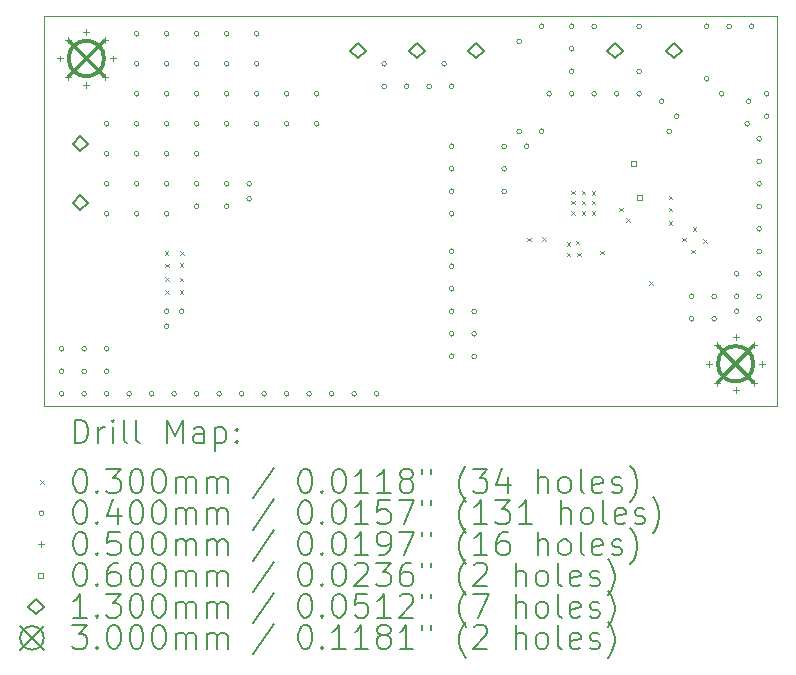
<source format=gbr>
%TF.GenerationSoftware,KiCad,Pcbnew,7.0.7*%
%TF.CreationDate,2023-09-29T07:28:52+02:00*%
%TF.ProjectId,shmoergh-dual-rail-psu,73686d6f-6572-4676-982d-6475616c2d72,rev?*%
%TF.SameCoordinates,Original*%
%TF.FileFunction,Drillmap*%
%TF.FilePolarity,Positive*%
%FSLAX45Y45*%
G04 Gerber Fmt 4.5, Leading zero omitted, Abs format (unit mm)*
G04 Created by KiCad (PCBNEW 7.0.7) date 2023-09-29 07:28:52*
%MOMM*%
%LPD*%
G01*
G04 APERTURE LIST*
%ADD10C,0.100000*%
%ADD11C,0.200000*%
%ADD12C,0.030000*%
%ADD13C,0.040000*%
%ADD14C,0.050000*%
%ADD15C,0.060000*%
%ADD16C,0.130000*%
%ADD17C,0.300000*%
G04 APERTURE END LIST*
D10*
X3600000Y-6200000D02*
X9800000Y-6200000D01*
X9800000Y-9500000D01*
X3600000Y-9500000D01*
X3600000Y-6200000D01*
D11*
D12*
X4620500Y-8191740D02*
X4650500Y-8221740D01*
X4650500Y-8191740D02*
X4620500Y-8221740D01*
X4623040Y-8298420D02*
X4653040Y-8328420D01*
X4653040Y-8298420D02*
X4623040Y-8328420D01*
X4623040Y-8412720D02*
X4653040Y-8442720D01*
X4653040Y-8412720D02*
X4623040Y-8442720D01*
X4623040Y-8521940D02*
X4653040Y-8551940D01*
X4653040Y-8521940D02*
X4623040Y-8551940D01*
X4747500Y-8293340D02*
X4777500Y-8323340D01*
X4777500Y-8293340D02*
X4747500Y-8323340D01*
X4747500Y-8415260D02*
X4777500Y-8445260D01*
X4777500Y-8415260D02*
X4747500Y-8445260D01*
X4747500Y-8521940D02*
X4777500Y-8551940D01*
X4777500Y-8521940D02*
X4747500Y-8551940D01*
X4750040Y-8191740D02*
X4780040Y-8221740D01*
X4780040Y-8191740D02*
X4750040Y-8221740D01*
X7688820Y-8074900D02*
X7718820Y-8104900D01*
X7718820Y-8074900D02*
X7688820Y-8104900D01*
X7815820Y-8072990D02*
X7845820Y-8102990D01*
X7845820Y-8072990D02*
X7815820Y-8102990D01*
X8024100Y-8113000D02*
X8054100Y-8143000D01*
X8054100Y-8113000D02*
X8024100Y-8143000D01*
X8024100Y-8201900D02*
X8054100Y-8231900D01*
X8054100Y-8201900D02*
X8024100Y-8231900D01*
X8059660Y-7678660D02*
X8089660Y-7708660D01*
X8089660Y-7678660D02*
X8059660Y-7708660D01*
X8059660Y-7765020D02*
X8089660Y-7795020D01*
X8089660Y-7765020D02*
X8059660Y-7795020D01*
X8059660Y-7851380D02*
X8089660Y-7881380D01*
X8089660Y-7851380D02*
X8059660Y-7881380D01*
X8100300Y-8100300D02*
X8130300Y-8130300D01*
X8130300Y-8100300D02*
X8100300Y-8130300D01*
X8113000Y-8201900D02*
X8143000Y-8231900D01*
X8143000Y-8201900D02*
X8113000Y-8231900D01*
X8148560Y-7678660D02*
X8178560Y-7708660D01*
X8178560Y-7678660D02*
X8148560Y-7708660D01*
X8148560Y-7765020D02*
X8178560Y-7795020D01*
X8178560Y-7765020D02*
X8148560Y-7795020D01*
X8148560Y-7851380D02*
X8178560Y-7881380D01*
X8178560Y-7851380D02*
X8148560Y-7881380D01*
X8234920Y-7681200D02*
X8264920Y-7711200D01*
X8264920Y-7681200D02*
X8234920Y-7711200D01*
X8234920Y-7765020D02*
X8264920Y-7795020D01*
X8264920Y-7765020D02*
X8234920Y-7795020D01*
X8234920Y-7851380D02*
X8264920Y-7881380D01*
X8264920Y-7851380D02*
X8234920Y-7881380D01*
X8306040Y-8186660D02*
X8336040Y-8216660D01*
X8336040Y-8186660D02*
X8306040Y-8216660D01*
X8468600Y-7823440D02*
X8498600Y-7853440D01*
X8498600Y-7823440D02*
X8468600Y-7853440D01*
X8527020Y-7909800D02*
X8557020Y-7939800D01*
X8557020Y-7909800D02*
X8527020Y-7939800D01*
X8722600Y-8443200D02*
X8752600Y-8473200D01*
X8752600Y-8443200D02*
X8722600Y-8473200D01*
X8887700Y-7719300D02*
X8917700Y-7749300D01*
X8917700Y-7719300D02*
X8887700Y-7749300D01*
X8887700Y-7820900D02*
X8917700Y-7850900D01*
X8917700Y-7820900D02*
X8887700Y-7850900D01*
X8887700Y-7935200D02*
X8917700Y-7965200D01*
X8917700Y-7935200D02*
X8887700Y-7965200D01*
X9002000Y-8074900D02*
X9032000Y-8104900D01*
X9032000Y-8074900D02*
X9002000Y-8104900D01*
X9078200Y-8176500D02*
X9108200Y-8206500D01*
X9108200Y-8176500D02*
X9078200Y-8206500D01*
X9090900Y-7986000D02*
X9120900Y-8016000D01*
X9120900Y-7986000D02*
X9090900Y-8016000D01*
X9179800Y-8087600D02*
X9209800Y-8117600D01*
X9209800Y-8087600D02*
X9179800Y-8117600D01*
D13*
X3766500Y-9017000D02*
G75*
G03*
X3766500Y-9017000I-20000J0D01*
G01*
X3766500Y-9207500D02*
G75*
G03*
X3766500Y-9207500I-20000J0D01*
G01*
X3766500Y-9398000D02*
G75*
G03*
X3766500Y-9398000I-20000J0D01*
G01*
X3957000Y-9017000D02*
G75*
G03*
X3957000Y-9017000I-20000J0D01*
G01*
X3957000Y-9207500D02*
G75*
G03*
X3957000Y-9207500I-20000J0D01*
G01*
X3957000Y-9398000D02*
G75*
G03*
X3957000Y-9398000I-20000J0D01*
G01*
X4147500Y-7112000D02*
G75*
G03*
X4147500Y-7112000I-20000J0D01*
G01*
X4147500Y-7366000D02*
G75*
G03*
X4147500Y-7366000I-20000J0D01*
G01*
X4147500Y-7620000D02*
G75*
G03*
X4147500Y-7620000I-20000J0D01*
G01*
X4147500Y-7874000D02*
G75*
G03*
X4147500Y-7874000I-20000J0D01*
G01*
X4147500Y-9017000D02*
G75*
G03*
X4147500Y-9017000I-20000J0D01*
G01*
X4147500Y-9207500D02*
G75*
G03*
X4147500Y-9207500I-20000J0D01*
G01*
X4147500Y-9398000D02*
G75*
G03*
X4147500Y-9398000I-20000J0D01*
G01*
X4338000Y-9398000D02*
G75*
G03*
X4338000Y-9398000I-20000J0D01*
G01*
X4401500Y-6350000D02*
G75*
G03*
X4401500Y-6350000I-20000J0D01*
G01*
X4401500Y-6604000D02*
G75*
G03*
X4401500Y-6604000I-20000J0D01*
G01*
X4401500Y-6858000D02*
G75*
G03*
X4401500Y-6858000I-20000J0D01*
G01*
X4401500Y-7112000D02*
G75*
G03*
X4401500Y-7112000I-20000J0D01*
G01*
X4401500Y-7366000D02*
G75*
G03*
X4401500Y-7366000I-20000J0D01*
G01*
X4401500Y-7620000D02*
G75*
G03*
X4401500Y-7620000I-20000J0D01*
G01*
X4401500Y-7874000D02*
G75*
G03*
X4401500Y-7874000I-20000J0D01*
G01*
X4528500Y-9398000D02*
G75*
G03*
X4528500Y-9398000I-20000J0D01*
G01*
X4655500Y-6350000D02*
G75*
G03*
X4655500Y-6350000I-20000J0D01*
G01*
X4655500Y-6604000D02*
G75*
G03*
X4655500Y-6604000I-20000J0D01*
G01*
X4655500Y-6858000D02*
G75*
G03*
X4655500Y-6858000I-20000J0D01*
G01*
X4655500Y-7112000D02*
G75*
G03*
X4655500Y-7112000I-20000J0D01*
G01*
X4655500Y-7366000D02*
G75*
G03*
X4655500Y-7366000I-20000J0D01*
G01*
X4655500Y-7620000D02*
G75*
G03*
X4655500Y-7620000I-20000J0D01*
G01*
X4655500Y-7874000D02*
G75*
G03*
X4655500Y-7874000I-20000J0D01*
G01*
X4655500Y-8699500D02*
G75*
G03*
X4655500Y-8699500I-20000J0D01*
G01*
X4655500Y-8826500D02*
G75*
G03*
X4655500Y-8826500I-20000J0D01*
G01*
X4719000Y-9398000D02*
G75*
G03*
X4719000Y-9398000I-20000J0D01*
G01*
X4782500Y-8699500D02*
G75*
G03*
X4782500Y-8699500I-20000J0D01*
G01*
X4909500Y-6350000D02*
G75*
G03*
X4909500Y-6350000I-20000J0D01*
G01*
X4909500Y-6604000D02*
G75*
G03*
X4909500Y-6604000I-20000J0D01*
G01*
X4909500Y-6858000D02*
G75*
G03*
X4909500Y-6858000I-20000J0D01*
G01*
X4909500Y-7112000D02*
G75*
G03*
X4909500Y-7112000I-20000J0D01*
G01*
X4909500Y-7366000D02*
G75*
G03*
X4909500Y-7366000I-20000J0D01*
G01*
X4909500Y-7620000D02*
G75*
G03*
X4909500Y-7620000I-20000J0D01*
G01*
X4909500Y-7810500D02*
G75*
G03*
X4909500Y-7810500I-20000J0D01*
G01*
X4909500Y-9398000D02*
G75*
G03*
X4909500Y-9398000I-20000J0D01*
G01*
X5100000Y-9398000D02*
G75*
G03*
X5100000Y-9398000I-20000J0D01*
G01*
X5163500Y-6350000D02*
G75*
G03*
X5163500Y-6350000I-20000J0D01*
G01*
X5163500Y-6604000D02*
G75*
G03*
X5163500Y-6604000I-20000J0D01*
G01*
X5163500Y-6858000D02*
G75*
G03*
X5163500Y-6858000I-20000J0D01*
G01*
X5163500Y-7112000D02*
G75*
G03*
X5163500Y-7112000I-20000J0D01*
G01*
X5163500Y-7620000D02*
G75*
G03*
X5163500Y-7620000I-20000J0D01*
G01*
X5163500Y-7810500D02*
G75*
G03*
X5163500Y-7810500I-20000J0D01*
G01*
X5290500Y-9398000D02*
G75*
G03*
X5290500Y-9398000I-20000J0D01*
G01*
X5354000Y-7620000D02*
G75*
G03*
X5354000Y-7620000I-20000J0D01*
G01*
X5354000Y-7747000D02*
G75*
G03*
X5354000Y-7747000I-20000J0D01*
G01*
X5417500Y-6350000D02*
G75*
G03*
X5417500Y-6350000I-20000J0D01*
G01*
X5417500Y-6604000D02*
G75*
G03*
X5417500Y-6604000I-20000J0D01*
G01*
X5417500Y-6858000D02*
G75*
G03*
X5417500Y-6858000I-20000J0D01*
G01*
X5417500Y-7112000D02*
G75*
G03*
X5417500Y-7112000I-20000J0D01*
G01*
X5481000Y-9398000D02*
G75*
G03*
X5481000Y-9398000I-20000J0D01*
G01*
X5671500Y-6858000D02*
G75*
G03*
X5671500Y-6858000I-20000J0D01*
G01*
X5671500Y-7112000D02*
G75*
G03*
X5671500Y-7112000I-20000J0D01*
G01*
X5671500Y-9398000D02*
G75*
G03*
X5671500Y-9398000I-20000J0D01*
G01*
X5862000Y-9398000D02*
G75*
G03*
X5862000Y-9398000I-20000J0D01*
G01*
X5925500Y-6858000D02*
G75*
G03*
X5925500Y-6858000I-20000J0D01*
G01*
X5925500Y-7112000D02*
G75*
G03*
X5925500Y-7112000I-20000J0D01*
G01*
X6052500Y-9398000D02*
G75*
G03*
X6052500Y-9398000I-20000J0D01*
G01*
X6243000Y-9398000D02*
G75*
G03*
X6243000Y-9398000I-20000J0D01*
G01*
X6433500Y-9398000D02*
G75*
G03*
X6433500Y-9398000I-20000J0D01*
G01*
X6497000Y-6604000D02*
G75*
G03*
X6497000Y-6604000I-20000J0D01*
G01*
X6497000Y-6794500D02*
G75*
G03*
X6497000Y-6794500I-20000J0D01*
G01*
X6687500Y-6794500D02*
G75*
G03*
X6687500Y-6794500I-20000J0D01*
G01*
X6878000Y-6794500D02*
G75*
G03*
X6878000Y-6794500I-20000J0D01*
G01*
X7005000Y-6604000D02*
G75*
G03*
X7005000Y-6604000I-20000J0D01*
G01*
X7068500Y-6794500D02*
G75*
G03*
X7068500Y-6794500I-20000J0D01*
G01*
X7068500Y-7302500D02*
G75*
G03*
X7068500Y-7302500I-20000J0D01*
G01*
X7068500Y-7493000D02*
G75*
G03*
X7068500Y-7493000I-20000J0D01*
G01*
X7068500Y-7683500D02*
G75*
G03*
X7068500Y-7683500I-20000J0D01*
G01*
X7068500Y-7874000D02*
G75*
G03*
X7068500Y-7874000I-20000J0D01*
G01*
X7068500Y-8191500D02*
G75*
G03*
X7068500Y-8191500I-20000J0D01*
G01*
X7068500Y-8318500D02*
G75*
G03*
X7068500Y-8318500I-20000J0D01*
G01*
X7068500Y-8509000D02*
G75*
G03*
X7068500Y-8509000I-20000J0D01*
G01*
X7068500Y-8699500D02*
G75*
G03*
X7068500Y-8699500I-20000J0D01*
G01*
X7068500Y-8890000D02*
G75*
G03*
X7068500Y-8890000I-20000J0D01*
G01*
X7068500Y-9080500D02*
G75*
G03*
X7068500Y-9080500I-20000J0D01*
G01*
X7259000Y-8699500D02*
G75*
G03*
X7259000Y-8699500I-20000J0D01*
G01*
X7259000Y-8890000D02*
G75*
G03*
X7259000Y-8890000I-20000J0D01*
G01*
X7259000Y-9080500D02*
G75*
G03*
X7259000Y-9080500I-20000J0D01*
G01*
X7513000Y-7302500D02*
G75*
G03*
X7513000Y-7302500I-20000J0D01*
G01*
X7513000Y-7493000D02*
G75*
G03*
X7513000Y-7493000I-20000J0D01*
G01*
X7513000Y-7683500D02*
G75*
G03*
X7513000Y-7683500I-20000J0D01*
G01*
X7640000Y-6413500D02*
G75*
G03*
X7640000Y-6413500I-20000J0D01*
G01*
X7640000Y-7175500D02*
G75*
G03*
X7640000Y-7175500I-20000J0D01*
G01*
X7703500Y-7302500D02*
G75*
G03*
X7703500Y-7302500I-20000J0D01*
G01*
X7830500Y-6286500D02*
G75*
G03*
X7830500Y-6286500I-20000J0D01*
G01*
X7830500Y-7175500D02*
G75*
G03*
X7830500Y-7175500I-20000J0D01*
G01*
X7894000Y-6858000D02*
G75*
G03*
X7894000Y-6858000I-20000J0D01*
G01*
X8084500Y-6286500D02*
G75*
G03*
X8084500Y-6286500I-20000J0D01*
G01*
X8084500Y-6477000D02*
G75*
G03*
X8084500Y-6477000I-20000J0D01*
G01*
X8084500Y-6667500D02*
G75*
G03*
X8084500Y-6667500I-20000J0D01*
G01*
X8084500Y-6858000D02*
G75*
G03*
X8084500Y-6858000I-20000J0D01*
G01*
X8275000Y-6286500D02*
G75*
G03*
X8275000Y-6286500I-20000J0D01*
G01*
X8275000Y-6858000D02*
G75*
G03*
X8275000Y-6858000I-20000J0D01*
G01*
X8465500Y-6858000D02*
G75*
G03*
X8465500Y-6858000I-20000J0D01*
G01*
X8656000Y-6286500D02*
G75*
G03*
X8656000Y-6286500I-20000J0D01*
G01*
X8656000Y-6667500D02*
G75*
G03*
X8656000Y-6667500I-20000J0D01*
G01*
X8656000Y-6858000D02*
G75*
G03*
X8656000Y-6858000I-20000J0D01*
G01*
X8846500Y-6921500D02*
G75*
G03*
X8846500Y-6921500I-20000J0D01*
G01*
X8910000Y-7175500D02*
G75*
G03*
X8910000Y-7175500I-20000J0D01*
G01*
X8973500Y-7048500D02*
G75*
G03*
X8973500Y-7048500I-20000J0D01*
G01*
X9100500Y-8572500D02*
G75*
G03*
X9100500Y-8572500I-20000J0D01*
G01*
X9100500Y-8763000D02*
G75*
G03*
X9100500Y-8763000I-20000J0D01*
G01*
X9227500Y-6286500D02*
G75*
G03*
X9227500Y-6286500I-20000J0D01*
G01*
X9227500Y-6731000D02*
G75*
G03*
X9227500Y-6731000I-20000J0D01*
G01*
X9291000Y-8572500D02*
G75*
G03*
X9291000Y-8572500I-20000J0D01*
G01*
X9291000Y-8763000D02*
G75*
G03*
X9291000Y-8763000I-20000J0D01*
G01*
X9354500Y-6858000D02*
G75*
G03*
X9354500Y-6858000I-20000J0D01*
G01*
X9418000Y-6286500D02*
G75*
G03*
X9418000Y-6286500I-20000J0D01*
G01*
X9481500Y-8382000D02*
G75*
G03*
X9481500Y-8382000I-20000J0D01*
G01*
X9481500Y-8572500D02*
G75*
G03*
X9481500Y-8572500I-20000J0D01*
G01*
X9481500Y-8699500D02*
G75*
G03*
X9481500Y-8699500I-20000J0D01*
G01*
X9570400Y-7112000D02*
G75*
G03*
X9570400Y-7112000I-20000J0D01*
G01*
X9583100Y-6921500D02*
G75*
G03*
X9583100Y-6921500I-20000J0D01*
G01*
X9608500Y-6286500D02*
G75*
G03*
X9608500Y-6286500I-20000J0D01*
G01*
X9672000Y-7239000D02*
G75*
G03*
X9672000Y-7239000I-20000J0D01*
G01*
X9672000Y-7429500D02*
G75*
G03*
X9672000Y-7429500I-20000J0D01*
G01*
X9672000Y-7620000D02*
G75*
G03*
X9672000Y-7620000I-20000J0D01*
G01*
X9672000Y-7810500D02*
G75*
G03*
X9672000Y-7810500I-20000J0D01*
G01*
X9672000Y-8001000D02*
G75*
G03*
X9672000Y-8001000I-20000J0D01*
G01*
X9672000Y-8191500D02*
G75*
G03*
X9672000Y-8191500I-20000J0D01*
G01*
X9672000Y-8382000D02*
G75*
G03*
X9672000Y-8382000I-20000J0D01*
G01*
X9672000Y-8572500D02*
G75*
G03*
X9672000Y-8572500I-20000J0D01*
G01*
X9672000Y-8763000D02*
G75*
G03*
X9672000Y-8763000I-20000J0D01*
G01*
X9735500Y-6858000D02*
G75*
G03*
X9735500Y-6858000I-20000J0D01*
G01*
X9735500Y-7048500D02*
G75*
G03*
X9735500Y-7048500I-20000J0D01*
G01*
D14*
X3730701Y-6534201D02*
X3730701Y-6584201D01*
X3705701Y-6559201D02*
X3755701Y-6559201D01*
X3796602Y-6375102D02*
X3796602Y-6425102D01*
X3771602Y-6400102D02*
X3821602Y-6400102D01*
X3796602Y-6693300D02*
X3796602Y-6743300D01*
X3771602Y-6718300D02*
X3821602Y-6718300D01*
X3955701Y-6309201D02*
X3955701Y-6359201D01*
X3930701Y-6334201D02*
X3980701Y-6334201D01*
X3955701Y-6759201D02*
X3955701Y-6809201D01*
X3930701Y-6784201D02*
X3980701Y-6784201D01*
X4114800Y-6375102D02*
X4114800Y-6425102D01*
X4089800Y-6400102D02*
X4139800Y-6400102D01*
X4114800Y-6693300D02*
X4114800Y-6743300D01*
X4089800Y-6718300D02*
X4139800Y-6718300D01*
X4180701Y-6534201D02*
X4180701Y-6584201D01*
X4155701Y-6559201D02*
X4205701Y-6559201D01*
X9227400Y-9119000D02*
X9227400Y-9169000D01*
X9202400Y-9144000D02*
X9252400Y-9144000D01*
X9293301Y-8959901D02*
X9293301Y-9009901D01*
X9268301Y-8984901D02*
X9318301Y-8984901D01*
X9293301Y-9278099D02*
X9293301Y-9328099D01*
X9268301Y-9303099D02*
X9318301Y-9303099D01*
X9452400Y-8894000D02*
X9452400Y-8944000D01*
X9427400Y-8919000D02*
X9477400Y-8919000D01*
X9452400Y-9344000D02*
X9452400Y-9394000D01*
X9427400Y-9369000D02*
X9477400Y-9369000D01*
X9611499Y-8959901D02*
X9611499Y-9009901D01*
X9586499Y-8984901D02*
X9636499Y-8984901D01*
X9611499Y-9278099D02*
X9611499Y-9328099D01*
X9586499Y-9303099D02*
X9636499Y-9303099D01*
X9677400Y-9119000D02*
X9677400Y-9169000D01*
X9652400Y-9144000D02*
X9702400Y-9144000D01*
D15*
X8606413Y-7473573D02*
X8606413Y-7431147D01*
X8563987Y-7431147D01*
X8563987Y-7473573D01*
X8606413Y-7473573D01*
X8662293Y-7755513D02*
X8662293Y-7713087D01*
X8619867Y-7713087D01*
X8619867Y-7755513D01*
X8662293Y-7755513D01*
D16*
X3903980Y-7346100D02*
X3968980Y-7281100D01*
X3903980Y-7216100D01*
X3838980Y-7281100D01*
X3903980Y-7346100D01*
X3903980Y-7846100D02*
X3968980Y-7781100D01*
X3903980Y-7716100D01*
X3838980Y-7781100D01*
X3903980Y-7846100D01*
X6254040Y-6557240D02*
X6319040Y-6492240D01*
X6254040Y-6427240D01*
X6189040Y-6492240D01*
X6254040Y-6557240D01*
X6754040Y-6557240D02*
X6819040Y-6492240D01*
X6754040Y-6427240D01*
X6689040Y-6492240D01*
X6754040Y-6557240D01*
X7254040Y-6557240D02*
X7319040Y-6492240D01*
X7254040Y-6427240D01*
X7189040Y-6492240D01*
X7254040Y-6557240D01*
X8431520Y-6557240D02*
X8496520Y-6492240D01*
X8431520Y-6427240D01*
X8366520Y-6492240D01*
X8431520Y-6557240D01*
X8931520Y-6557240D02*
X8996520Y-6492240D01*
X8931520Y-6427240D01*
X8866520Y-6492240D01*
X8931520Y-6557240D01*
D17*
X3805701Y-6409201D02*
X4105701Y-6709201D01*
X4105701Y-6409201D02*
X3805701Y-6709201D01*
X4105701Y-6559201D02*
G75*
G03*
X4105701Y-6559201I-150000J0D01*
G01*
X9302400Y-8994000D02*
X9602400Y-9294000D01*
X9602400Y-8994000D02*
X9302400Y-9294000D01*
X9602400Y-9144000D02*
G75*
G03*
X9602400Y-9144000I-150000J0D01*
G01*
D11*
X3855777Y-9816484D02*
X3855777Y-9616484D01*
X3855777Y-9616484D02*
X3903396Y-9616484D01*
X3903396Y-9616484D02*
X3931967Y-9626008D01*
X3931967Y-9626008D02*
X3951015Y-9645055D01*
X3951015Y-9645055D02*
X3960539Y-9664103D01*
X3960539Y-9664103D02*
X3970062Y-9702198D01*
X3970062Y-9702198D02*
X3970062Y-9730770D01*
X3970062Y-9730770D02*
X3960539Y-9768865D01*
X3960539Y-9768865D02*
X3951015Y-9787912D01*
X3951015Y-9787912D02*
X3931967Y-9806960D01*
X3931967Y-9806960D02*
X3903396Y-9816484D01*
X3903396Y-9816484D02*
X3855777Y-9816484D01*
X4055777Y-9816484D02*
X4055777Y-9683150D01*
X4055777Y-9721246D02*
X4065301Y-9702198D01*
X4065301Y-9702198D02*
X4074824Y-9692674D01*
X4074824Y-9692674D02*
X4093872Y-9683150D01*
X4093872Y-9683150D02*
X4112920Y-9683150D01*
X4179586Y-9816484D02*
X4179586Y-9683150D01*
X4179586Y-9616484D02*
X4170062Y-9626008D01*
X4170062Y-9626008D02*
X4179586Y-9635531D01*
X4179586Y-9635531D02*
X4189110Y-9626008D01*
X4189110Y-9626008D02*
X4179586Y-9616484D01*
X4179586Y-9616484D02*
X4179586Y-9635531D01*
X4303396Y-9816484D02*
X4284348Y-9806960D01*
X4284348Y-9806960D02*
X4274824Y-9787912D01*
X4274824Y-9787912D02*
X4274824Y-9616484D01*
X4408158Y-9816484D02*
X4389110Y-9806960D01*
X4389110Y-9806960D02*
X4379586Y-9787912D01*
X4379586Y-9787912D02*
X4379586Y-9616484D01*
X4636729Y-9816484D02*
X4636729Y-9616484D01*
X4636729Y-9616484D02*
X4703396Y-9759341D01*
X4703396Y-9759341D02*
X4770063Y-9616484D01*
X4770063Y-9616484D02*
X4770063Y-9816484D01*
X4951015Y-9816484D02*
X4951015Y-9711722D01*
X4951015Y-9711722D02*
X4941491Y-9692674D01*
X4941491Y-9692674D02*
X4922444Y-9683150D01*
X4922444Y-9683150D02*
X4884348Y-9683150D01*
X4884348Y-9683150D02*
X4865301Y-9692674D01*
X4951015Y-9806960D02*
X4931967Y-9816484D01*
X4931967Y-9816484D02*
X4884348Y-9816484D01*
X4884348Y-9816484D02*
X4865301Y-9806960D01*
X4865301Y-9806960D02*
X4855777Y-9787912D01*
X4855777Y-9787912D02*
X4855777Y-9768865D01*
X4855777Y-9768865D02*
X4865301Y-9749817D01*
X4865301Y-9749817D02*
X4884348Y-9740293D01*
X4884348Y-9740293D02*
X4931967Y-9740293D01*
X4931967Y-9740293D02*
X4951015Y-9730770D01*
X5046253Y-9683150D02*
X5046253Y-9883150D01*
X5046253Y-9692674D02*
X5065301Y-9683150D01*
X5065301Y-9683150D02*
X5103396Y-9683150D01*
X5103396Y-9683150D02*
X5122444Y-9692674D01*
X5122444Y-9692674D02*
X5131967Y-9702198D01*
X5131967Y-9702198D02*
X5141491Y-9721246D01*
X5141491Y-9721246D02*
X5141491Y-9778389D01*
X5141491Y-9778389D02*
X5131967Y-9797436D01*
X5131967Y-9797436D02*
X5122444Y-9806960D01*
X5122444Y-9806960D02*
X5103396Y-9816484D01*
X5103396Y-9816484D02*
X5065301Y-9816484D01*
X5065301Y-9816484D02*
X5046253Y-9806960D01*
X5227205Y-9797436D02*
X5236729Y-9806960D01*
X5236729Y-9806960D02*
X5227205Y-9816484D01*
X5227205Y-9816484D02*
X5217682Y-9806960D01*
X5217682Y-9806960D02*
X5227205Y-9797436D01*
X5227205Y-9797436D02*
X5227205Y-9816484D01*
X5227205Y-9692674D02*
X5236729Y-9702198D01*
X5236729Y-9702198D02*
X5227205Y-9711722D01*
X5227205Y-9711722D02*
X5217682Y-9702198D01*
X5217682Y-9702198D02*
X5227205Y-9692674D01*
X5227205Y-9692674D02*
X5227205Y-9711722D01*
D12*
X3565000Y-10130000D02*
X3595000Y-10160000D01*
X3595000Y-10130000D02*
X3565000Y-10160000D01*
D11*
X3893872Y-10036484D02*
X3912920Y-10036484D01*
X3912920Y-10036484D02*
X3931967Y-10046008D01*
X3931967Y-10046008D02*
X3941491Y-10055531D01*
X3941491Y-10055531D02*
X3951015Y-10074579D01*
X3951015Y-10074579D02*
X3960539Y-10112674D01*
X3960539Y-10112674D02*
X3960539Y-10160293D01*
X3960539Y-10160293D02*
X3951015Y-10198389D01*
X3951015Y-10198389D02*
X3941491Y-10217436D01*
X3941491Y-10217436D02*
X3931967Y-10226960D01*
X3931967Y-10226960D02*
X3912920Y-10236484D01*
X3912920Y-10236484D02*
X3893872Y-10236484D01*
X3893872Y-10236484D02*
X3874824Y-10226960D01*
X3874824Y-10226960D02*
X3865301Y-10217436D01*
X3865301Y-10217436D02*
X3855777Y-10198389D01*
X3855777Y-10198389D02*
X3846253Y-10160293D01*
X3846253Y-10160293D02*
X3846253Y-10112674D01*
X3846253Y-10112674D02*
X3855777Y-10074579D01*
X3855777Y-10074579D02*
X3865301Y-10055531D01*
X3865301Y-10055531D02*
X3874824Y-10046008D01*
X3874824Y-10046008D02*
X3893872Y-10036484D01*
X4046253Y-10217436D02*
X4055777Y-10226960D01*
X4055777Y-10226960D02*
X4046253Y-10236484D01*
X4046253Y-10236484D02*
X4036729Y-10226960D01*
X4036729Y-10226960D02*
X4046253Y-10217436D01*
X4046253Y-10217436D02*
X4046253Y-10236484D01*
X4122443Y-10036484D02*
X4246253Y-10036484D01*
X4246253Y-10036484D02*
X4179586Y-10112674D01*
X4179586Y-10112674D02*
X4208158Y-10112674D01*
X4208158Y-10112674D02*
X4227205Y-10122198D01*
X4227205Y-10122198D02*
X4236729Y-10131722D01*
X4236729Y-10131722D02*
X4246253Y-10150770D01*
X4246253Y-10150770D02*
X4246253Y-10198389D01*
X4246253Y-10198389D02*
X4236729Y-10217436D01*
X4236729Y-10217436D02*
X4227205Y-10226960D01*
X4227205Y-10226960D02*
X4208158Y-10236484D01*
X4208158Y-10236484D02*
X4151015Y-10236484D01*
X4151015Y-10236484D02*
X4131967Y-10226960D01*
X4131967Y-10226960D02*
X4122443Y-10217436D01*
X4370063Y-10036484D02*
X4389110Y-10036484D01*
X4389110Y-10036484D02*
X4408158Y-10046008D01*
X4408158Y-10046008D02*
X4417682Y-10055531D01*
X4417682Y-10055531D02*
X4427205Y-10074579D01*
X4427205Y-10074579D02*
X4436729Y-10112674D01*
X4436729Y-10112674D02*
X4436729Y-10160293D01*
X4436729Y-10160293D02*
X4427205Y-10198389D01*
X4427205Y-10198389D02*
X4417682Y-10217436D01*
X4417682Y-10217436D02*
X4408158Y-10226960D01*
X4408158Y-10226960D02*
X4389110Y-10236484D01*
X4389110Y-10236484D02*
X4370063Y-10236484D01*
X4370063Y-10236484D02*
X4351015Y-10226960D01*
X4351015Y-10226960D02*
X4341491Y-10217436D01*
X4341491Y-10217436D02*
X4331967Y-10198389D01*
X4331967Y-10198389D02*
X4322444Y-10160293D01*
X4322444Y-10160293D02*
X4322444Y-10112674D01*
X4322444Y-10112674D02*
X4331967Y-10074579D01*
X4331967Y-10074579D02*
X4341491Y-10055531D01*
X4341491Y-10055531D02*
X4351015Y-10046008D01*
X4351015Y-10046008D02*
X4370063Y-10036484D01*
X4560539Y-10036484D02*
X4579586Y-10036484D01*
X4579586Y-10036484D02*
X4598634Y-10046008D01*
X4598634Y-10046008D02*
X4608158Y-10055531D01*
X4608158Y-10055531D02*
X4617682Y-10074579D01*
X4617682Y-10074579D02*
X4627205Y-10112674D01*
X4627205Y-10112674D02*
X4627205Y-10160293D01*
X4627205Y-10160293D02*
X4617682Y-10198389D01*
X4617682Y-10198389D02*
X4608158Y-10217436D01*
X4608158Y-10217436D02*
X4598634Y-10226960D01*
X4598634Y-10226960D02*
X4579586Y-10236484D01*
X4579586Y-10236484D02*
X4560539Y-10236484D01*
X4560539Y-10236484D02*
X4541491Y-10226960D01*
X4541491Y-10226960D02*
X4531967Y-10217436D01*
X4531967Y-10217436D02*
X4522444Y-10198389D01*
X4522444Y-10198389D02*
X4512920Y-10160293D01*
X4512920Y-10160293D02*
X4512920Y-10112674D01*
X4512920Y-10112674D02*
X4522444Y-10074579D01*
X4522444Y-10074579D02*
X4531967Y-10055531D01*
X4531967Y-10055531D02*
X4541491Y-10046008D01*
X4541491Y-10046008D02*
X4560539Y-10036484D01*
X4712920Y-10236484D02*
X4712920Y-10103150D01*
X4712920Y-10122198D02*
X4722444Y-10112674D01*
X4722444Y-10112674D02*
X4741491Y-10103150D01*
X4741491Y-10103150D02*
X4770063Y-10103150D01*
X4770063Y-10103150D02*
X4789110Y-10112674D01*
X4789110Y-10112674D02*
X4798634Y-10131722D01*
X4798634Y-10131722D02*
X4798634Y-10236484D01*
X4798634Y-10131722D02*
X4808158Y-10112674D01*
X4808158Y-10112674D02*
X4827205Y-10103150D01*
X4827205Y-10103150D02*
X4855777Y-10103150D01*
X4855777Y-10103150D02*
X4874825Y-10112674D01*
X4874825Y-10112674D02*
X4884348Y-10131722D01*
X4884348Y-10131722D02*
X4884348Y-10236484D01*
X4979586Y-10236484D02*
X4979586Y-10103150D01*
X4979586Y-10122198D02*
X4989110Y-10112674D01*
X4989110Y-10112674D02*
X5008158Y-10103150D01*
X5008158Y-10103150D02*
X5036729Y-10103150D01*
X5036729Y-10103150D02*
X5055777Y-10112674D01*
X5055777Y-10112674D02*
X5065301Y-10131722D01*
X5065301Y-10131722D02*
X5065301Y-10236484D01*
X5065301Y-10131722D02*
X5074825Y-10112674D01*
X5074825Y-10112674D02*
X5093872Y-10103150D01*
X5093872Y-10103150D02*
X5122444Y-10103150D01*
X5122444Y-10103150D02*
X5141491Y-10112674D01*
X5141491Y-10112674D02*
X5151015Y-10131722D01*
X5151015Y-10131722D02*
X5151015Y-10236484D01*
X5541491Y-10026960D02*
X5370063Y-10284103D01*
X5798634Y-10036484D02*
X5817682Y-10036484D01*
X5817682Y-10036484D02*
X5836729Y-10046008D01*
X5836729Y-10046008D02*
X5846253Y-10055531D01*
X5846253Y-10055531D02*
X5855777Y-10074579D01*
X5855777Y-10074579D02*
X5865301Y-10112674D01*
X5865301Y-10112674D02*
X5865301Y-10160293D01*
X5865301Y-10160293D02*
X5855777Y-10198389D01*
X5855777Y-10198389D02*
X5846253Y-10217436D01*
X5846253Y-10217436D02*
X5836729Y-10226960D01*
X5836729Y-10226960D02*
X5817682Y-10236484D01*
X5817682Y-10236484D02*
X5798634Y-10236484D01*
X5798634Y-10236484D02*
X5779586Y-10226960D01*
X5779586Y-10226960D02*
X5770063Y-10217436D01*
X5770063Y-10217436D02*
X5760539Y-10198389D01*
X5760539Y-10198389D02*
X5751015Y-10160293D01*
X5751015Y-10160293D02*
X5751015Y-10112674D01*
X5751015Y-10112674D02*
X5760539Y-10074579D01*
X5760539Y-10074579D02*
X5770063Y-10055531D01*
X5770063Y-10055531D02*
X5779586Y-10046008D01*
X5779586Y-10046008D02*
X5798634Y-10036484D01*
X5951015Y-10217436D02*
X5960539Y-10226960D01*
X5960539Y-10226960D02*
X5951015Y-10236484D01*
X5951015Y-10236484D02*
X5941491Y-10226960D01*
X5941491Y-10226960D02*
X5951015Y-10217436D01*
X5951015Y-10217436D02*
X5951015Y-10236484D01*
X6084348Y-10036484D02*
X6103396Y-10036484D01*
X6103396Y-10036484D02*
X6122444Y-10046008D01*
X6122444Y-10046008D02*
X6131967Y-10055531D01*
X6131967Y-10055531D02*
X6141491Y-10074579D01*
X6141491Y-10074579D02*
X6151015Y-10112674D01*
X6151015Y-10112674D02*
X6151015Y-10160293D01*
X6151015Y-10160293D02*
X6141491Y-10198389D01*
X6141491Y-10198389D02*
X6131967Y-10217436D01*
X6131967Y-10217436D02*
X6122444Y-10226960D01*
X6122444Y-10226960D02*
X6103396Y-10236484D01*
X6103396Y-10236484D02*
X6084348Y-10236484D01*
X6084348Y-10236484D02*
X6065301Y-10226960D01*
X6065301Y-10226960D02*
X6055777Y-10217436D01*
X6055777Y-10217436D02*
X6046253Y-10198389D01*
X6046253Y-10198389D02*
X6036729Y-10160293D01*
X6036729Y-10160293D02*
X6036729Y-10112674D01*
X6036729Y-10112674D02*
X6046253Y-10074579D01*
X6046253Y-10074579D02*
X6055777Y-10055531D01*
X6055777Y-10055531D02*
X6065301Y-10046008D01*
X6065301Y-10046008D02*
X6084348Y-10036484D01*
X6341491Y-10236484D02*
X6227206Y-10236484D01*
X6284348Y-10236484D02*
X6284348Y-10036484D01*
X6284348Y-10036484D02*
X6265301Y-10065055D01*
X6265301Y-10065055D02*
X6246253Y-10084103D01*
X6246253Y-10084103D02*
X6227206Y-10093627D01*
X6531967Y-10236484D02*
X6417682Y-10236484D01*
X6474825Y-10236484D02*
X6474825Y-10036484D01*
X6474825Y-10036484D02*
X6455777Y-10065055D01*
X6455777Y-10065055D02*
X6436729Y-10084103D01*
X6436729Y-10084103D02*
X6417682Y-10093627D01*
X6646253Y-10122198D02*
X6627206Y-10112674D01*
X6627206Y-10112674D02*
X6617682Y-10103150D01*
X6617682Y-10103150D02*
X6608158Y-10084103D01*
X6608158Y-10084103D02*
X6608158Y-10074579D01*
X6608158Y-10074579D02*
X6617682Y-10055531D01*
X6617682Y-10055531D02*
X6627206Y-10046008D01*
X6627206Y-10046008D02*
X6646253Y-10036484D01*
X6646253Y-10036484D02*
X6684348Y-10036484D01*
X6684348Y-10036484D02*
X6703396Y-10046008D01*
X6703396Y-10046008D02*
X6712920Y-10055531D01*
X6712920Y-10055531D02*
X6722444Y-10074579D01*
X6722444Y-10074579D02*
X6722444Y-10084103D01*
X6722444Y-10084103D02*
X6712920Y-10103150D01*
X6712920Y-10103150D02*
X6703396Y-10112674D01*
X6703396Y-10112674D02*
X6684348Y-10122198D01*
X6684348Y-10122198D02*
X6646253Y-10122198D01*
X6646253Y-10122198D02*
X6627206Y-10131722D01*
X6627206Y-10131722D02*
X6617682Y-10141246D01*
X6617682Y-10141246D02*
X6608158Y-10160293D01*
X6608158Y-10160293D02*
X6608158Y-10198389D01*
X6608158Y-10198389D02*
X6617682Y-10217436D01*
X6617682Y-10217436D02*
X6627206Y-10226960D01*
X6627206Y-10226960D02*
X6646253Y-10236484D01*
X6646253Y-10236484D02*
X6684348Y-10236484D01*
X6684348Y-10236484D02*
X6703396Y-10226960D01*
X6703396Y-10226960D02*
X6712920Y-10217436D01*
X6712920Y-10217436D02*
X6722444Y-10198389D01*
X6722444Y-10198389D02*
X6722444Y-10160293D01*
X6722444Y-10160293D02*
X6712920Y-10141246D01*
X6712920Y-10141246D02*
X6703396Y-10131722D01*
X6703396Y-10131722D02*
X6684348Y-10122198D01*
X6798634Y-10036484D02*
X6798634Y-10074579D01*
X6874825Y-10036484D02*
X6874825Y-10074579D01*
X7170063Y-10312674D02*
X7160539Y-10303150D01*
X7160539Y-10303150D02*
X7141491Y-10274579D01*
X7141491Y-10274579D02*
X7131968Y-10255531D01*
X7131968Y-10255531D02*
X7122444Y-10226960D01*
X7122444Y-10226960D02*
X7112920Y-10179341D01*
X7112920Y-10179341D02*
X7112920Y-10141246D01*
X7112920Y-10141246D02*
X7122444Y-10093627D01*
X7122444Y-10093627D02*
X7131968Y-10065055D01*
X7131968Y-10065055D02*
X7141491Y-10046008D01*
X7141491Y-10046008D02*
X7160539Y-10017436D01*
X7160539Y-10017436D02*
X7170063Y-10007912D01*
X7227206Y-10036484D02*
X7351015Y-10036484D01*
X7351015Y-10036484D02*
X7284348Y-10112674D01*
X7284348Y-10112674D02*
X7312920Y-10112674D01*
X7312920Y-10112674D02*
X7331968Y-10122198D01*
X7331968Y-10122198D02*
X7341491Y-10131722D01*
X7341491Y-10131722D02*
X7351015Y-10150770D01*
X7351015Y-10150770D02*
X7351015Y-10198389D01*
X7351015Y-10198389D02*
X7341491Y-10217436D01*
X7341491Y-10217436D02*
X7331968Y-10226960D01*
X7331968Y-10226960D02*
X7312920Y-10236484D01*
X7312920Y-10236484D02*
X7255777Y-10236484D01*
X7255777Y-10236484D02*
X7236729Y-10226960D01*
X7236729Y-10226960D02*
X7227206Y-10217436D01*
X7522444Y-10103150D02*
X7522444Y-10236484D01*
X7474825Y-10026960D02*
X7427206Y-10169817D01*
X7427206Y-10169817D02*
X7551015Y-10169817D01*
X7779587Y-10236484D02*
X7779587Y-10036484D01*
X7865301Y-10236484D02*
X7865301Y-10131722D01*
X7865301Y-10131722D02*
X7855777Y-10112674D01*
X7855777Y-10112674D02*
X7836730Y-10103150D01*
X7836730Y-10103150D02*
X7808158Y-10103150D01*
X7808158Y-10103150D02*
X7789110Y-10112674D01*
X7789110Y-10112674D02*
X7779587Y-10122198D01*
X7989110Y-10236484D02*
X7970063Y-10226960D01*
X7970063Y-10226960D02*
X7960539Y-10217436D01*
X7960539Y-10217436D02*
X7951015Y-10198389D01*
X7951015Y-10198389D02*
X7951015Y-10141246D01*
X7951015Y-10141246D02*
X7960539Y-10122198D01*
X7960539Y-10122198D02*
X7970063Y-10112674D01*
X7970063Y-10112674D02*
X7989110Y-10103150D01*
X7989110Y-10103150D02*
X8017682Y-10103150D01*
X8017682Y-10103150D02*
X8036730Y-10112674D01*
X8036730Y-10112674D02*
X8046253Y-10122198D01*
X8046253Y-10122198D02*
X8055777Y-10141246D01*
X8055777Y-10141246D02*
X8055777Y-10198389D01*
X8055777Y-10198389D02*
X8046253Y-10217436D01*
X8046253Y-10217436D02*
X8036730Y-10226960D01*
X8036730Y-10226960D02*
X8017682Y-10236484D01*
X8017682Y-10236484D02*
X7989110Y-10236484D01*
X8170063Y-10236484D02*
X8151015Y-10226960D01*
X8151015Y-10226960D02*
X8141491Y-10207912D01*
X8141491Y-10207912D02*
X8141491Y-10036484D01*
X8322444Y-10226960D02*
X8303396Y-10236484D01*
X8303396Y-10236484D02*
X8265301Y-10236484D01*
X8265301Y-10236484D02*
X8246253Y-10226960D01*
X8246253Y-10226960D02*
X8236730Y-10207912D01*
X8236730Y-10207912D02*
X8236730Y-10131722D01*
X8236730Y-10131722D02*
X8246253Y-10112674D01*
X8246253Y-10112674D02*
X8265301Y-10103150D01*
X8265301Y-10103150D02*
X8303396Y-10103150D01*
X8303396Y-10103150D02*
X8322444Y-10112674D01*
X8322444Y-10112674D02*
X8331968Y-10131722D01*
X8331968Y-10131722D02*
X8331968Y-10150770D01*
X8331968Y-10150770D02*
X8236730Y-10169817D01*
X8408158Y-10226960D02*
X8427206Y-10236484D01*
X8427206Y-10236484D02*
X8465301Y-10236484D01*
X8465301Y-10236484D02*
X8484349Y-10226960D01*
X8484349Y-10226960D02*
X8493873Y-10207912D01*
X8493873Y-10207912D02*
X8493873Y-10198389D01*
X8493873Y-10198389D02*
X8484349Y-10179341D01*
X8484349Y-10179341D02*
X8465301Y-10169817D01*
X8465301Y-10169817D02*
X8436730Y-10169817D01*
X8436730Y-10169817D02*
X8417682Y-10160293D01*
X8417682Y-10160293D02*
X8408158Y-10141246D01*
X8408158Y-10141246D02*
X8408158Y-10131722D01*
X8408158Y-10131722D02*
X8417682Y-10112674D01*
X8417682Y-10112674D02*
X8436730Y-10103150D01*
X8436730Y-10103150D02*
X8465301Y-10103150D01*
X8465301Y-10103150D02*
X8484349Y-10112674D01*
X8560539Y-10312674D02*
X8570063Y-10303150D01*
X8570063Y-10303150D02*
X8589111Y-10274579D01*
X8589111Y-10274579D02*
X8598634Y-10255531D01*
X8598634Y-10255531D02*
X8608158Y-10226960D01*
X8608158Y-10226960D02*
X8617682Y-10179341D01*
X8617682Y-10179341D02*
X8617682Y-10141246D01*
X8617682Y-10141246D02*
X8608158Y-10093627D01*
X8608158Y-10093627D02*
X8598634Y-10065055D01*
X8598634Y-10065055D02*
X8589111Y-10046008D01*
X8589111Y-10046008D02*
X8570063Y-10017436D01*
X8570063Y-10017436D02*
X8560539Y-10007912D01*
D13*
X3595000Y-10409000D02*
G75*
G03*
X3595000Y-10409000I-20000J0D01*
G01*
D11*
X3893872Y-10300484D02*
X3912920Y-10300484D01*
X3912920Y-10300484D02*
X3931967Y-10310008D01*
X3931967Y-10310008D02*
X3941491Y-10319531D01*
X3941491Y-10319531D02*
X3951015Y-10338579D01*
X3951015Y-10338579D02*
X3960539Y-10376674D01*
X3960539Y-10376674D02*
X3960539Y-10424293D01*
X3960539Y-10424293D02*
X3951015Y-10462389D01*
X3951015Y-10462389D02*
X3941491Y-10481436D01*
X3941491Y-10481436D02*
X3931967Y-10490960D01*
X3931967Y-10490960D02*
X3912920Y-10500484D01*
X3912920Y-10500484D02*
X3893872Y-10500484D01*
X3893872Y-10500484D02*
X3874824Y-10490960D01*
X3874824Y-10490960D02*
X3865301Y-10481436D01*
X3865301Y-10481436D02*
X3855777Y-10462389D01*
X3855777Y-10462389D02*
X3846253Y-10424293D01*
X3846253Y-10424293D02*
X3846253Y-10376674D01*
X3846253Y-10376674D02*
X3855777Y-10338579D01*
X3855777Y-10338579D02*
X3865301Y-10319531D01*
X3865301Y-10319531D02*
X3874824Y-10310008D01*
X3874824Y-10310008D02*
X3893872Y-10300484D01*
X4046253Y-10481436D02*
X4055777Y-10490960D01*
X4055777Y-10490960D02*
X4046253Y-10500484D01*
X4046253Y-10500484D02*
X4036729Y-10490960D01*
X4036729Y-10490960D02*
X4046253Y-10481436D01*
X4046253Y-10481436D02*
X4046253Y-10500484D01*
X4227205Y-10367150D02*
X4227205Y-10500484D01*
X4179586Y-10290960D02*
X4131967Y-10433817D01*
X4131967Y-10433817D02*
X4255777Y-10433817D01*
X4370063Y-10300484D02*
X4389110Y-10300484D01*
X4389110Y-10300484D02*
X4408158Y-10310008D01*
X4408158Y-10310008D02*
X4417682Y-10319531D01*
X4417682Y-10319531D02*
X4427205Y-10338579D01*
X4427205Y-10338579D02*
X4436729Y-10376674D01*
X4436729Y-10376674D02*
X4436729Y-10424293D01*
X4436729Y-10424293D02*
X4427205Y-10462389D01*
X4427205Y-10462389D02*
X4417682Y-10481436D01*
X4417682Y-10481436D02*
X4408158Y-10490960D01*
X4408158Y-10490960D02*
X4389110Y-10500484D01*
X4389110Y-10500484D02*
X4370063Y-10500484D01*
X4370063Y-10500484D02*
X4351015Y-10490960D01*
X4351015Y-10490960D02*
X4341491Y-10481436D01*
X4341491Y-10481436D02*
X4331967Y-10462389D01*
X4331967Y-10462389D02*
X4322444Y-10424293D01*
X4322444Y-10424293D02*
X4322444Y-10376674D01*
X4322444Y-10376674D02*
X4331967Y-10338579D01*
X4331967Y-10338579D02*
X4341491Y-10319531D01*
X4341491Y-10319531D02*
X4351015Y-10310008D01*
X4351015Y-10310008D02*
X4370063Y-10300484D01*
X4560539Y-10300484D02*
X4579586Y-10300484D01*
X4579586Y-10300484D02*
X4598634Y-10310008D01*
X4598634Y-10310008D02*
X4608158Y-10319531D01*
X4608158Y-10319531D02*
X4617682Y-10338579D01*
X4617682Y-10338579D02*
X4627205Y-10376674D01*
X4627205Y-10376674D02*
X4627205Y-10424293D01*
X4627205Y-10424293D02*
X4617682Y-10462389D01*
X4617682Y-10462389D02*
X4608158Y-10481436D01*
X4608158Y-10481436D02*
X4598634Y-10490960D01*
X4598634Y-10490960D02*
X4579586Y-10500484D01*
X4579586Y-10500484D02*
X4560539Y-10500484D01*
X4560539Y-10500484D02*
X4541491Y-10490960D01*
X4541491Y-10490960D02*
X4531967Y-10481436D01*
X4531967Y-10481436D02*
X4522444Y-10462389D01*
X4522444Y-10462389D02*
X4512920Y-10424293D01*
X4512920Y-10424293D02*
X4512920Y-10376674D01*
X4512920Y-10376674D02*
X4522444Y-10338579D01*
X4522444Y-10338579D02*
X4531967Y-10319531D01*
X4531967Y-10319531D02*
X4541491Y-10310008D01*
X4541491Y-10310008D02*
X4560539Y-10300484D01*
X4712920Y-10500484D02*
X4712920Y-10367150D01*
X4712920Y-10386198D02*
X4722444Y-10376674D01*
X4722444Y-10376674D02*
X4741491Y-10367150D01*
X4741491Y-10367150D02*
X4770063Y-10367150D01*
X4770063Y-10367150D02*
X4789110Y-10376674D01*
X4789110Y-10376674D02*
X4798634Y-10395722D01*
X4798634Y-10395722D02*
X4798634Y-10500484D01*
X4798634Y-10395722D02*
X4808158Y-10376674D01*
X4808158Y-10376674D02*
X4827205Y-10367150D01*
X4827205Y-10367150D02*
X4855777Y-10367150D01*
X4855777Y-10367150D02*
X4874825Y-10376674D01*
X4874825Y-10376674D02*
X4884348Y-10395722D01*
X4884348Y-10395722D02*
X4884348Y-10500484D01*
X4979586Y-10500484D02*
X4979586Y-10367150D01*
X4979586Y-10386198D02*
X4989110Y-10376674D01*
X4989110Y-10376674D02*
X5008158Y-10367150D01*
X5008158Y-10367150D02*
X5036729Y-10367150D01*
X5036729Y-10367150D02*
X5055777Y-10376674D01*
X5055777Y-10376674D02*
X5065301Y-10395722D01*
X5065301Y-10395722D02*
X5065301Y-10500484D01*
X5065301Y-10395722D02*
X5074825Y-10376674D01*
X5074825Y-10376674D02*
X5093872Y-10367150D01*
X5093872Y-10367150D02*
X5122444Y-10367150D01*
X5122444Y-10367150D02*
X5141491Y-10376674D01*
X5141491Y-10376674D02*
X5151015Y-10395722D01*
X5151015Y-10395722D02*
X5151015Y-10500484D01*
X5541491Y-10290960D02*
X5370063Y-10548103D01*
X5798634Y-10300484D02*
X5817682Y-10300484D01*
X5817682Y-10300484D02*
X5836729Y-10310008D01*
X5836729Y-10310008D02*
X5846253Y-10319531D01*
X5846253Y-10319531D02*
X5855777Y-10338579D01*
X5855777Y-10338579D02*
X5865301Y-10376674D01*
X5865301Y-10376674D02*
X5865301Y-10424293D01*
X5865301Y-10424293D02*
X5855777Y-10462389D01*
X5855777Y-10462389D02*
X5846253Y-10481436D01*
X5846253Y-10481436D02*
X5836729Y-10490960D01*
X5836729Y-10490960D02*
X5817682Y-10500484D01*
X5817682Y-10500484D02*
X5798634Y-10500484D01*
X5798634Y-10500484D02*
X5779586Y-10490960D01*
X5779586Y-10490960D02*
X5770063Y-10481436D01*
X5770063Y-10481436D02*
X5760539Y-10462389D01*
X5760539Y-10462389D02*
X5751015Y-10424293D01*
X5751015Y-10424293D02*
X5751015Y-10376674D01*
X5751015Y-10376674D02*
X5760539Y-10338579D01*
X5760539Y-10338579D02*
X5770063Y-10319531D01*
X5770063Y-10319531D02*
X5779586Y-10310008D01*
X5779586Y-10310008D02*
X5798634Y-10300484D01*
X5951015Y-10481436D02*
X5960539Y-10490960D01*
X5960539Y-10490960D02*
X5951015Y-10500484D01*
X5951015Y-10500484D02*
X5941491Y-10490960D01*
X5941491Y-10490960D02*
X5951015Y-10481436D01*
X5951015Y-10481436D02*
X5951015Y-10500484D01*
X6084348Y-10300484D02*
X6103396Y-10300484D01*
X6103396Y-10300484D02*
X6122444Y-10310008D01*
X6122444Y-10310008D02*
X6131967Y-10319531D01*
X6131967Y-10319531D02*
X6141491Y-10338579D01*
X6141491Y-10338579D02*
X6151015Y-10376674D01*
X6151015Y-10376674D02*
X6151015Y-10424293D01*
X6151015Y-10424293D02*
X6141491Y-10462389D01*
X6141491Y-10462389D02*
X6131967Y-10481436D01*
X6131967Y-10481436D02*
X6122444Y-10490960D01*
X6122444Y-10490960D02*
X6103396Y-10500484D01*
X6103396Y-10500484D02*
X6084348Y-10500484D01*
X6084348Y-10500484D02*
X6065301Y-10490960D01*
X6065301Y-10490960D02*
X6055777Y-10481436D01*
X6055777Y-10481436D02*
X6046253Y-10462389D01*
X6046253Y-10462389D02*
X6036729Y-10424293D01*
X6036729Y-10424293D02*
X6036729Y-10376674D01*
X6036729Y-10376674D02*
X6046253Y-10338579D01*
X6046253Y-10338579D02*
X6055777Y-10319531D01*
X6055777Y-10319531D02*
X6065301Y-10310008D01*
X6065301Y-10310008D02*
X6084348Y-10300484D01*
X6341491Y-10500484D02*
X6227206Y-10500484D01*
X6284348Y-10500484D02*
X6284348Y-10300484D01*
X6284348Y-10300484D02*
X6265301Y-10329055D01*
X6265301Y-10329055D02*
X6246253Y-10348103D01*
X6246253Y-10348103D02*
X6227206Y-10357627D01*
X6522444Y-10300484D02*
X6427206Y-10300484D01*
X6427206Y-10300484D02*
X6417682Y-10395722D01*
X6417682Y-10395722D02*
X6427206Y-10386198D01*
X6427206Y-10386198D02*
X6446253Y-10376674D01*
X6446253Y-10376674D02*
X6493872Y-10376674D01*
X6493872Y-10376674D02*
X6512920Y-10386198D01*
X6512920Y-10386198D02*
X6522444Y-10395722D01*
X6522444Y-10395722D02*
X6531967Y-10414770D01*
X6531967Y-10414770D02*
X6531967Y-10462389D01*
X6531967Y-10462389D02*
X6522444Y-10481436D01*
X6522444Y-10481436D02*
X6512920Y-10490960D01*
X6512920Y-10490960D02*
X6493872Y-10500484D01*
X6493872Y-10500484D02*
X6446253Y-10500484D01*
X6446253Y-10500484D02*
X6427206Y-10490960D01*
X6427206Y-10490960D02*
X6417682Y-10481436D01*
X6598634Y-10300484D02*
X6731967Y-10300484D01*
X6731967Y-10300484D02*
X6646253Y-10500484D01*
X6798634Y-10300484D02*
X6798634Y-10338579D01*
X6874825Y-10300484D02*
X6874825Y-10338579D01*
X7170063Y-10576674D02*
X7160539Y-10567150D01*
X7160539Y-10567150D02*
X7141491Y-10538579D01*
X7141491Y-10538579D02*
X7131968Y-10519531D01*
X7131968Y-10519531D02*
X7122444Y-10490960D01*
X7122444Y-10490960D02*
X7112920Y-10443341D01*
X7112920Y-10443341D02*
X7112920Y-10405246D01*
X7112920Y-10405246D02*
X7122444Y-10357627D01*
X7122444Y-10357627D02*
X7131968Y-10329055D01*
X7131968Y-10329055D02*
X7141491Y-10310008D01*
X7141491Y-10310008D02*
X7160539Y-10281436D01*
X7160539Y-10281436D02*
X7170063Y-10271912D01*
X7351015Y-10500484D02*
X7236729Y-10500484D01*
X7293872Y-10500484D02*
X7293872Y-10300484D01*
X7293872Y-10300484D02*
X7274825Y-10329055D01*
X7274825Y-10329055D02*
X7255777Y-10348103D01*
X7255777Y-10348103D02*
X7236729Y-10357627D01*
X7417682Y-10300484D02*
X7541491Y-10300484D01*
X7541491Y-10300484D02*
X7474825Y-10376674D01*
X7474825Y-10376674D02*
X7503396Y-10376674D01*
X7503396Y-10376674D02*
X7522444Y-10386198D01*
X7522444Y-10386198D02*
X7531968Y-10395722D01*
X7531968Y-10395722D02*
X7541491Y-10414770D01*
X7541491Y-10414770D02*
X7541491Y-10462389D01*
X7541491Y-10462389D02*
X7531968Y-10481436D01*
X7531968Y-10481436D02*
X7522444Y-10490960D01*
X7522444Y-10490960D02*
X7503396Y-10500484D01*
X7503396Y-10500484D02*
X7446253Y-10500484D01*
X7446253Y-10500484D02*
X7427206Y-10490960D01*
X7427206Y-10490960D02*
X7417682Y-10481436D01*
X7731968Y-10500484D02*
X7617682Y-10500484D01*
X7674825Y-10500484D02*
X7674825Y-10300484D01*
X7674825Y-10300484D02*
X7655777Y-10329055D01*
X7655777Y-10329055D02*
X7636729Y-10348103D01*
X7636729Y-10348103D02*
X7617682Y-10357627D01*
X7970063Y-10500484D02*
X7970063Y-10300484D01*
X8055777Y-10500484D02*
X8055777Y-10395722D01*
X8055777Y-10395722D02*
X8046253Y-10376674D01*
X8046253Y-10376674D02*
X8027206Y-10367150D01*
X8027206Y-10367150D02*
X7998634Y-10367150D01*
X7998634Y-10367150D02*
X7979587Y-10376674D01*
X7979587Y-10376674D02*
X7970063Y-10386198D01*
X8179587Y-10500484D02*
X8160539Y-10490960D01*
X8160539Y-10490960D02*
X8151015Y-10481436D01*
X8151015Y-10481436D02*
X8141491Y-10462389D01*
X8141491Y-10462389D02*
X8141491Y-10405246D01*
X8141491Y-10405246D02*
X8151015Y-10386198D01*
X8151015Y-10386198D02*
X8160539Y-10376674D01*
X8160539Y-10376674D02*
X8179587Y-10367150D01*
X8179587Y-10367150D02*
X8208158Y-10367150D01*
X8208158Y-10367150D02*
X8227206Y-10376674D01*
X8227206Y-10376674D02*
X8236730Y-10386198D01*
X8236730Y-10386198D02*
X8246253Y-10405246D01*
X8246253Y-10405246D02*
X8246253Y-10462389D01*
X8246253Y-10462389D02*
X8236730Y-10481436D01*
X8236730Y-10481436D02*
X8227206Y-10490960D01*
X8227206Y-10490960D02*
X8208158Y-10500484D01*
X8208158Y-10500484D02*
X8179587Y-10500484D01*
X8360539Y-10500484D02*
X8341491Y-10490960D01*
X8341491Y-10490960D02*
X8331968Y-10471912D01*
X8331968Y-10471912D02*
X8331968Y-10300484D01*
X8512920Y-10490960D02*
X8493873Y-10500484D01*
X8493873Y-10500484D02*
X8455777Y-10500484D01*
X8455777Y-10500484D02*
X8436730Y-10490960D01*
X8436730Y-10490960D02*
X8427206Y-10471912D01*
X8427206Y-10471912D02*
X8427206Y-10395722D01*
X8427206Y-10395722D02*
X8436730Y-10376674D01*
X8436730Y-10376674D02*
X8455777Y-10367150D01*
X8455777Y-10367150D02*
X8493873Y-10367150D01*
X8493873Y-10367150D02*
X8512920Y-10376674D01*
X8512920Y-10376674D02*
X8522444Y-10395722D01*
X8522444Y-10395722D02*
X8522444Y-10414770D01*
X8522444Y-10414770D02*
X8427206Y-10433817D01*
X8598634Y-10490960D02*
X8617682Y-10500484D01*
X8617682Y-10500484D02*
X8655777Y-10500484D01*
X8655777Y-10500484D02*
X8674825Y-10490960D01*
X8674825Y-10490960D02*
X8684349Y-10471912D01*
X8684349Y-10471912D02*
X8684349Y-10462389D01*
X8684349Y-10462389D02*
X8674825Y-10443341D01*
X8674825Y-10443341D02*
X8655777Y-10433817D01*
X8655777Y-10433817D02*
X8627206Y-10433817D01*
X8627206Y-10433817D02*
X8608158Y-10424293D01*
X8608158Y-10424293D02*
X8598634Y-10405246D01*
X8598634Y-10405246D02*
X8598634Y-10395722D01*
X8598634Y-10395722D02*
X8608158Y-10376674D01*
X8608158Y-10376674D02*
X8627206Y-10367150D01*
X8627206Y-10367150D02*
X8655777Y-10367150D01*
X8655777Y-10367150D02*
X8674825Y-10376674D01*
X8751015Y-10576674D02*
X8760539Y-10567150D01*
X8760539Y-10567150D02*
X8779587Y-10538579D01*
X8779587Y-10538579D02*
X8789111Y-10519531D01*
X8789111Y-10519531D02*
X8798634Y-10490960D01*
X8798634Y-10490960D02*
X8808158Y-10443341D01*
X8808158Y-10443341D02*
X8808158Y-10405246D01*
X8808158Y-10405246D02*
X8798634Y-10357627D01*
X8798634Y-10357627D02*
X8789111Y-10329055D01*
X8789111Y-10329055D02*
X8779587Y-10310008D01*
X8779587Y-10310008D02*
X8760539Y-10281436D01*
X8760539Y-10281436D02*
X8751015Y-10271912D01*
D14*
X3570000Y-10648000D02*
X3570000Y-10698000D01*
X3545000Y-10673000D02*
X3595000Y-10673000D01*
D11*
X3893872Y-10564484D02*
X3912920Y-10564484D01*
X3912920Y-10564484D02*
X3931967Y-10574008D01*
X3931967Y-10574008D02*
X3941491Y-10583531D01*
X3941491Y-10583531D02*
X3951015Y-10602579D01*
X3951015Y-10602579D02*
X3960539Y-10640674D01*
X3960539Y-10640674D02*
X3960539Y-10688293D01*
X3960539Y-10688293D02*
X3951015Y-10726389D01*
X3951015Y-10726389D02*
X3941491Y-10745436D01*
X3941491Y-10745436D02*
X3931967Y-10754960D01*
X3931967Y-10754960D02*
X3912920Y-10764484D01*
X3912920Y-10764484D02*
X3893872Y-10764484D01*
X3893872Y-10764484D02*
X3874824Y-10754960D01*
X3874824Y-10754960D02*
X3865301Y-10745436D01*
X3865301Y-10745436D02*
X3855777Y-10726389D01*
X3855777Y-10726389D02*
X3846253Y-10688293D01*
X3846253Y-10688293D02*
X3846253Y-10640674D01*
X3846253Y-10640674D02*
X3855777Y-10602579D01*
X3855777Y-10602579D02*
X3865301Y-10583531D01*
X3865301Y-10583531D02*
X3874824Y-10574008D01*
X3874824Y-10574008D02*
X3893872Y-10564484D01*
X4046253Y-10745436D02*
X4055777Y-10754960D01*
X4055777Y-10754960D02*
X4046253Y-10764484D01*
X4046253Y-10764484D02*
X4036729Y-10754960D01*
X4036729Y-10754960D02*
X4046253Y-10745436D01*
X4046253Y-10745436D02*
X4046253Y-10764484D01*
X4236729Y-10564484D02*
X4141491Y-10564484D01*
X4141491Y-10564484D02*
X4131967Y-10659722D01*
X4131967Y-10659722D02*
X4141491Y-10650198D01*
X4141491Y-10650198D02*
X4160539Y-10640674D01*
X4160539Y-10640674D02*
X4208158Y-10640674D01*
X4208158Y-10640674D02*
X4227205Y-10650198D01*
X4227205Y-10650198D02*
X4236729Y-10659722D01*
X4236729Y-10659722D02*
X4246253Y-10678770D01*
X4246253Y-10678770D02*
X4246253Y-10726389D01*
X4246253Y-10726389D02*
X4236729Y-10745436D01*
X4236729Y-10745436D02*
X4227205Y-10754960D01*
X4227205Y-10754960D02*
X4208158Y-10764484D01*
X4208158Y-10764484D02*
X4160539Y-10764484D01*
X4160539Y-10764484D02*
X4141491Y-10754960D01*
X4141491Y-10754960D02*
X4131967Y-10745436D01*
X4370063Y-10564484D02*
X4389110Y-10564484D01*
X4389110Y-10564484D02*
X4408158Y-10574008D01*
X4408158Y-10574008D02*
X4417682Y-10583531D01*
X4417682Y-10583531D02*
X4427205Y-10602579D01*
X4427205Y-10602579D02*
X4436729Y-10640674D01*
X4436729Y-10640674D02*
X4436729Y-10688293D01*
X4436729Y-10688293D02*
X4427205Y-10726389D01*
X4427205Y-10726389D02*
X4417682Y-10745436D01*
X4417682Y-10745436D02*
X4408158Y-10754960D01*
X4408158Y-10754960D02*
X4389110Y-10764484D01*
X4389110Y-10764484D02*
X4370063Y-10764484D01*
X4370063Y-10764484D02*
X4351015Y-10754960D01*
X4351015Y-10754960D02*
X4341491Y-10745436D01*
X4341491Y-10745436D02*
X4331967Y-10726389D01*
X4331967Y-10726389D02*
X4322444Y-10688293D01*
X4322444Y-10688293D02*
X4322444Y-10640674D01*
X4322444Y-10640674D02*
X4331967Y-10602579D01*
X4331967Y-10602579D02*
X4341491Y-10583531D01*
X4341491Y-10583531D02*
X4351015Y-10574008D01*
X4351015Y-10574008D02*
X4370063Y-10564484D01*
X4560539Y-10564484D02*
X4579586Y-10564484D01*
X4579586Y-10564484D02*
X4598634Y-10574008D01*
X4598634Y-10574008D02*
X4608158Y-10583531D01*
X4608158Y-10583531D02*
X4617682Y-10602579D01*
X4617682Y-10602579D02*
X4627205Y-10640674D01*
X4627205Y-10640674D02*
X4627205Y-10688293D01*
X4627205Y-10688293D02*
X4617682Y-10726389D01*
X4617682Y-10726389D02*
X4608158Y-10745436D01*
X4608158Y-10745436D02*
X4598634Y-10754960D01*
X4598634Y-10754960D02*
X4579586Y-10764484D01*
X4579586Y-10764484D02*
X4560539Y-10764484D01*
X4560539Y-10764484D02*
X4541491Y-10754960D01*
X4541491Y-10754960D02*
X4531967Y-10745436D01*
X4531967Y-10745436D02*
X4522444Y-10726389D01*
X4522444Y-10726389D02*
X4512920Y-10688293D01*
X4512920Y-10688293D02*
X4512920Y-10640674D01*
X4512920Y-10640674D02*
X4522444Y-10602579D01*
X4522444Y-10602579D02*
X4531967Y-10583531D01*
X4531967Y-10583531D02*
X4541491Y-10574008D01*
X4541491Y-10574008D02*
X4560539Y-10564484D01*
X4712920Y-10764484D02*
X4712920Y-10631150D01*
X4712920Y-10650198D02*
X4722444Y-10640674D01*
X4722444Y-10640674D02*
X4741491Y-10631150D01*
X4741491Y-10631150D02*
X4770063Y-10631150D01*
X4770063Y-10631150D02*
X4789110Y-10640674D01*
X4789110Y-10640674D02*
X4798634Y-10659722D01*
X4798634Y-10659722D02*
X4798634Y-10764484D01*
X4798634Y-10659722D02*
X4808158Y-10640674D01*
X4808158Y-10640674D02*
X4827205Y-10631150D01*
X4827205Y-10631150D02*
X4855777Y-10631150D01*
X4855777Y-10631150D02*
X4874825Y-10640674D01*
X4874825Y-10640674D02*
X4884348Y-10659722D01*
X4884348Y-10659722D02*
X4884348Y-10764484D01*
X4979586Y-10764484D02*
X4979586Y-10631150D01*
X4979586Y-10650198D02*
X4989110Y-10640674D01*
X4989110Y-10640674D02*
X5008158Y-10631150D01*
X5008158Y-10631150D02*
X5036729Y-10631150D01*
X5036729Y-10631150D02*
X5055777Y-10640674D01*
X5055777Y-10640674D02*
X5065301Y-10659722D01*
X5065301Y-10659722D02*
X5065301Y-10764484D01*
X5065301Y-10659722D02*
X5074825Y-10640674D01*
X5074825Y-10640674D02*
X5093872Y-10631150D01*
X5093872Y-10631150D02*
X5122444Y-10631150D01*
X5122444Y-10631150D02*
X5141491Y-10640674D01*
X5141491Y-10640674D02*
X5151015Y-10659722D01*
X5151015Y-10659722D02*
X5151015Y-10764484D01*
X5541491Y-10554960D02*
X5370063Y-10812103D01*
X5798634Y-10564484D02*
X5817682Y-10564484D01*
X5817682Y-10564484D02*
X5836729Y-10574008D01*
X5836729Y-10574008D02*
X5846253Y-10583531D01*
X5846253Y-10583531D02*
X5855777Y-10602579D01*
X5855777Y-10602579D02*
X5865301Y-10640674D01*
X5865301Y-10640674D02*
X5865301Y-10688293D01*
X5865301Y-10688293D02*
X5855777Y-10726389D01*
X5855777Y-10726389D02*
X5846253Y-10745436D01*
X5846253Y-10745436D02*
X5836729Y-10754960D01*
X5836729Y-10754960D02*
X5817682Y-10764484D01*
X5817682Y-10764484D02*
X5798634Y-10764484D01*
X5798634Y-10764484D02*
X5779586Y-10754960D01*
X5779586Y-10754960D02*
X5770063Y-10745436D01*
X5770063Y-10745436D02*
X5760539Y-10726389D01*
X5760539Y-10726389D02*
X5751015Y-10688293D01*
X5751015Y-10688293D02*
X5751015Y-10640674D01*
X5751015Y-10640674D02*
X5760539Y-10602579D01*
X5760539Y-10602579D02*
X5770063Y-10583531D01*
X5770063Y-10583531D02*
X5779586Y-10574008D01*
X5779586Y-10574008D02*
X5798634Y-10564484D01*
X5951015Y-10745436D02*
X5960539Y-10754960D01*
X5960539Y-10754960D02*
X5951015Y-10764484D01*
X5951015Y-10764484D02*
X5941491Y-10754960D01*
X5941491Y-10754960D02*
X5951015Y-10745436D01*
X5951015Y-10745436D02*
X5951015Y-10764484D01*
X6084348Y-10564484D02*
X6103396Y-10564484D01*
X6103396Y-10564484D02*
X6122444Y-10574008D01*
X6122444Y-10574008D02*
X6131967Y-10583531D01*
X6131967Y-10583531D02*
X6141491Y-10602579D01*
X6141491Y-10602579D02*
X6151015Y-10640674D01*
X6151015Y-10640674D02*
X6151015Y-10688293D01*
X6151015Y-10688293D02*
X6141491Y-10726389D01*
X6141491Y-10726389D02*
X6131967Y-10745436D01*
X6131967Y-10745436D02*
X6122444Y-10754960D01*
X6122444Y-10754960D02*
X6103396Y-10764484D01*
X6103396Y-10764484D02*
X6084348Y-10764484D01*
X6084348Y-10764484D02*
X6065301Y-10754960D01*
X6065301Y-10754960D02*
X6055777Y-10745436D01*
X6055777Y-10745436D02*
X6046253Y-10726389D01*
X6046253Y-10726389D02*
X6036729Y-10688293D01*
X6036729Y-10688293D02*
X6036729Y-10640674D01*
X6036729Y-10640674D02*
X6046253Y-10602579D01*
X6046253Y-10602579D02*
X6055777Y-10583531D01*
X6055777Y-10583531D02*
X6065301Y-10574008D01*
X6065301Y-10574008D02*
X6084348Y-10564484D01*
X6341491Y-10764484D02*
X6227206Y-10764484D01*
X6284348Y-10764484D02*
X6284348Y-10564484D01*
X6284348Y-10564484D02*
X6265301Y-10593055D01*
X6265301Y-10593055D02*
X6246253Y-10612103D01*
X6246253Y-10612103D02*
X6227206Y-10621627D01*
X6436729Y-10764484D02*
X6474825Y-10764484D01*
X6474825Y-10764484D02*
X6493872Y-10754960D01*
X6493872Y-10754960D02*
X6503396Y-10745436D01*
X6503396Y-10745436D02*
X6522444Y-10716865D01*
X6522444Y-10716865D02*
X6531967Y-10678770D01*
X6531967Y-10678770D02*
X6531967Y-10602579D01*
X6531967Y-10602579D02*
X6522444Y-10583531D01*
X6522444Y-10583531D02*
X6512920Y-10574008D01*
X6512920Y-10574008D02*
X6493872Y-10564484D01*
X6493872Y-10564484D02*
X6455777Y-10564484D01*
X6455777Y-10564484D02*
X6436729Y-10574008D01*
X6436729Y-10574008D02*
X6427206Y-10583531D01*
X6427206Y-10583531D02*
X6417682Y-10602579D01*
X6417682Y-10602579D02*
X6417682Y-10650198D01*
X6417682Y-10650198D02*
X6427206Y-10669246D01*
X6427206Y-10669246D02*
X6436729Y-10678770D01*
X6436729Y-10678770D02*
X6455777Y-10688293D01*
X6455777Y-10688293D02*
X6493872Y-10688293D01*
X6493872Y-10688293D02*
X6512920Y-10678770D01*
X6512920Y-10678770D02*
X6522444Y-10669246D01*
X6522444Y-10669246D02*
X6531967Y-10650198D01*
X6598634Y-10564484D02*
X6731967Y-10564484D01*
X6731967Y-10564484D02*
X6646253Y-10764484D01*
X6798634Y-10564484D02*
X6798634Y-10602579D01*
X6874825Y-10564484D02*
X6874825Y-10602579D01*
X7170063Y-10840674D02*
X7160539Y-10831150D01*
X7160539Y-10831150D02*
X7141491Y-10802579D01*
X7141491Y-10802579D02*
X7131968Y-10783531D01*
X7131968Y-10783531D02*
X7122444Y-10754960D01*
X7122444Y-10754960D02*
X7112920Y-10707341D01*
X7112920Y-10707341D02*
X7112920Y-10669246D01*
X7112920Y-10669246D02*
X7122444Y-10621627D01*
X7122444Y-10621627D02*
X7131968Y-10593055D01*
X7131968Y-10593055D02*
X7141491Y-10574008D01*
X7141491Y-10574008D02*
X7160539Y-10545436D01*
X7160539Y-10545436D02*
X7170063Y-10535912D01*
X7351015Y-10764484D02*
X7236729Y-10764484D01*
X7293872Y-10764484D02*
X7293872Y-10564484D01*
X7293872Y-10564484D02*
X7274825Y-10593055D01*
X7274825Y-10593055D02*
X7255777Y-10612103D01*
X7255777Y-10612103D02*
X7236729Y-10621627D01*
X7522444Y-10564484D02*
X7484348Y-10564484D01*
X7484348Y-10564484D02*
X7465301Y-10574008D01*
X7465301Y-10574008D02*
X7455777Y-10583531D01*
X7455777Y-10583531D02*
X7436729Y-10612103D01*
X7436729Y-10612103D02*
X7427206Y-10650198D01*
X7427206Y-10650198D02*
X7427206Y-10726389D01*
X7427206Y-10726389D02*
X7436729Y-10745436D01*
X7436729Y-10745436D02*
X7446253Y-10754960D01*
X7446253Y-10754960D02*
X7465301Y-10764484D01*
X7465301Y-10764484D02*
X7503396Y-10764484D01*
X7503396Y-10764484D02*
X7522444Y-10754960D01*
X7522444Y-10754960D02*
X7531968Y-10745436D01*
X7531968Y-10745436D02*
X7541491Y-10726389D01*
X7541491Y-10726389D02*
X7541491Y-10678770D01*
X7541491Y-10678770D02*
X7531968Y-10659722D01*
X7531968Y-10659722D02*
X7522444Y-10650198D01*
X7522444Y-10650198D02*
X7503396Y-10640674D01*
X7503396Y-10640674D02*
X7465301Y-10640674D01*
X7465301Y-10640674D02*
X7446253Y-10650198D01*
X7446253Y-10650198D02*
X7436729Y-10659722D01*
X7436729Y-10659722D02*
X7427206Y-10678770D01*
X7779587Y-10764484D02*
X7779587Y-10564484D01*
X7865301Y-10764484D02*
X7865301Y-10659722D01*
X7865301Y-10659722D02*
X7855777Y-10640674D01*
X7855777Y-10640674D02*
X7836730Y-10631150D01*
X7836730Y-10631150D02*
X7808158Y-10631150D01*
X7808158Y-10631150D02*
X7789110Y-10640674D01*
X7789110Y-10640674D02*
X7779587Y-10650198D01*
X7989110Y-10764484D02*
X7970063Y-10754960D01*
X7970063Y-10754960D02*
X7960539Y-10745436D01*
X7960539Y-10745436D02*
X7951015Y-10726389D01*
X7951015Y-10726389D02*
X7951015Y-10669246D01*
X7951015Y-10669246D02*
X7960539Y-10650198D01*
X7960539Y-10650198D02*
X7970063Y-10640674D01*
X7970063Y-10640674D02*
X7989110Y-10631150D01*
X7989110Y-10631150D02*
X8017682Y-10631150D01*
X8017682Y-10631150D02*
X8036730Y-10640674D01*
X8036730Y-10640674D02*
X8046253Y-10650198D01*
X8046253Y-10650198D02*
X8055777Y-10669246D01*
X8055777Y-10669246D02*
X8055777Y-10726389D01*
X8055777Y-10726389D02*
X8046253Y-10745436D01*
X8046253Y-10745436D02*
X8036730Y-10754960D01*
X8036730Y-10754960D02*
X8017682Y-10764484D01*
X8017682Y-10764484D02*
X7989110Y-10764484D01*
X8170063Y-10764484D02*
X8151015Y-10754960D01*
X8151015Y-10754960D02*
X8141491Y-10735912D01*
X8141491Y-10735912D02*
X8141491Y-10564484D01*
X8322444Y-10754960D02*
X8303396Y-10764484D01*
X8303396Y-10764484D02*
X8265301Y-10764484D01*
X8265301Y-10764484D02*
X8246253Y-10754960D01*
X8246253Y-10754960D02*
X8236730Y-10735912D01*
X8236730Y-10735912D02*
X8236730Y-10659722D01*
X8236730Y-10659722D02*
X8246253Y-10640674D01*
X8246253Y-10640674D02*
X8265301Y-10631150D01*
X8265301Y-10631150D02*
X8303396Y-10631150D01*
X8303396Y-10631150D02*
X8322444Y-10640674D01*
X8322444Y-10640674D02*
X8331968Y-10659722D01*
X8331968Y-10659722D02*
X8331968Y-10678770D01*
X8331968Y-10678770D02*
X8236730Y-10697817D01*
X8408158Y-10754960D02*
X8427206Y-10764484D01*
X8427206Y-10764484D02*
X8465301Y-10764484D01*
X8465301Y-10764484D02*
X8484349Y-10754960D01*
X8484349Y-10754960D02*
X8493873Y-10735912D01*
X8493873Y-10735912D02*
X8493873Y-10726389D01*
X8493873Y-10726389D02*
X8484349Y-10707341D01*
X8484349Y-10707341D02*
X8465301Y-10697817D01*
X8465301Y-10697817D02*
X8436730Y-10697817D01*
X8436730Y-10697817D02*
X8417682Y-10688293D01*
X8417682Y-10688293D02*
X8408158Y-10669246D01*
X8408158Y-10669246D02*
X8408158Y-10659722D01*
X8408158Y-10659722D02*
X8417682Y-10640674D01*
X8417682Y-10640674D02*
X8436730Y-10631150D01*
X8436730Y-10631150D02*
X8465301Y-10631150D01*
X8465301Y-10631150D02*
X8484349Y-10640674D01*
X8560539Y-10840674D02*
X8570063Y-10831150D01*
X8570063Y-10831150D02*
X8589111Y-10802579D01*
X8589111Y-10802579D02*
X8598634Y-10783531D01*
X8598634Y-10783531D02*
X8608158Y-10754960D01*
X8608158Y-10754960D02*
X8617682Y-10707341D01*
X8617682Y-10707341D02*
X8617682Y-10669246D01*
X8617682Y-10669246D02*
X8608158Y-10621627D01*
X8608158Y-10621627D02*
X8598634Y-10593055D01*
X8598634Y-10593055D02*
X8589111Y-10574008D01*
X8589111Y-10574008D02*
X8570063Y-10545436D01*
X8570063Y-10545436D02*
X8560539Y-10535912D01*
D15*
X3586213Y-10958213D02*
X3586213Y-10915787D01*
X3543787Y-10915787D01*
X3543787Y-10958213D01*
X3586213Y-10958213D01*
D11*
X3893872Y-10828484D02*
X3912920Y-10828484D01*
X3912920Y-10828484D02*
X3931967Y-10838008D01*
X3931967Y-10838008D02*
X3941491Y-10847531D01*
X3941491Y-10847531D02*
X3951015Y-10866579D01*
X3951015Y-10866579D02*
X3960539Y-10904674D01*
X3960539Y-10904674D02*
X3960539Y-10952293D01*
X3960539Y-10952293D02*
X3951015Y-10990389D01*
X3951015Y-10990389D02*
X3941491Y-11009436D01*
X3941491Y-11009436D02*
X3931967Y-11018960D01*
X3931967Y-11018960D02*
X3912920Y-11028484D01*
X3912920Y-11028484D02*
X3893872Y-11028484D01*
X3893872Y-11028484D02*
X3874824Y-11018960D01*
X3874824Y-11018960D02*
X3865301Y-11009436D01*
X3865301Y-11009436D02*
X3855777Y-10990389D01*
X3855777Y-10990389D02*
X3846253Y-10952293D01*
X3846253Y-10952293D02*
X3846253Y-10904674D01*
X3846253Y-10904674D02*
X3855777Y-10866579D01*
X3855777Y-10866579D02*
X3865301Y-10847531D01*
X3865301Y-10847531D02*
X3874824Y-10838008D01*
X3874824Y-10838008D02*
X3893872Y-10828484D01*
X4046253Y-11009436D02*
X4055777Y-11018960D01*
X4055777Y-11018960D02*
X4046253Y-11028484D01*
X4046253Y-11028484D02*
X4036729Y-11018960D01*
X4036729Y-11018960D02*
X4046253Y-11009436D01*
X4046253Y-11009436D02*
X4046253Y-11028484D01*
X4227205Y-10828484D02*
X4189110Y-10828484D01*
X4189110Y-10828484D02*
X4170062Y-10838008D01*
X4170062Y-10838008D02*
X4160539Y-10847531D01*
X4160539Y-10847531D02*
X4141491Y-10876103D01*
X4141491Y-10876103D02*
X4131967Y-10914198D01*
X4131967Y-10914198D02*
X4131967Y-10990389D01*
X4131967Y-10990389D02*
X4141491Y-11009436D01*
X4141491Y-11009436D02*
X4151015Y-11018960D01*
X4151015Y-11018960D02*
X4170062Y-11028484D01*
X4170062Y-11028484D02*
X4208158Y-11028484D01*
X4208158Y-11028484D02*
X4227205Y-11018960D01*
X4227205Y-11018960D02*
X4236729Y-11009436D01*
X4236729Y-11009436D02*
X4246253Y-10990389D01*
X4246253Y-10990389D02*
X4246253Y-10942770D01*
X4246253Y-10942770D02*
X4236729Y-10923722D01*
X4236729Y-10923722D02*
X4227205Y-10914198D01*
X4227205Y-10914198D02*
X4208158Y-10904674D01*
X4208158Y-10904674D02*
X4170062Y-10904674D01*
X4170062Y-10904674D02*
X4151015Y-10914198D01*
X4151015Y-10914198D02*
X4141491Y-10923722D01*
X4141491Y-10923722D02*
X4131967Y-10942770D01*
X4370063Y-10828484D02*
X4389110Y-10828484D01*
X4389110Y-10828484D02*
X4408158Y-10838008D01*
X4408158Y-10838008D02*
X4417682Y-10847531D01*
X4417682Y-10847531D02*
X4427205Y-10866579D01*
X4427205Y-10866579D02*
X4436729Y-10904674D01*
X4436729Y-10904674D02*
X4436729Y-10952293D01*
X4436729Y-10952293D02*
X4427205Y-10990389D01*
X4427205Y-10990389D02*
X4417682Y-11009436D01*
X4417682Y-11009436D02*
X4408158Y-11018960D01*
X4408158Y-11018960D02*
X4389110Y-11028484D01*
X4389110Y-11028484D02*
X4370063Y-11028484D01*
X4370063Y-11028484D02*
X4351015Y-11018960D01*
X4351015Y-11018960D02*
X4341491Y-11009436D01*
X4341491Y-11009436D02*
X4331967Y-10990389D01*
X4331967Y-10990389D02*
X4322444Y-10952293D01*
X4322444Y-10952293D02*
X4322444Y-10904674D01*
X4322444Y-10904674D02*
X4331967Y-10866579D01*
X4331967Y-10866579D02*
X4341491Y-10847531D01*
X4341491Y-10847531D02*
X4351015Y-10838008D01*
X4351015Y-10838008D02*
X4370063Y-10828484D01*
X4560539Y-10828484D02*
X4579586Y-10828484D01*
X4579586Y-10828484D02*
X4598634Y-10838008D01*
X4598634Y-10838008D02*
X4608158Y-10847531D01*
X4608158Y-10847531D02*
X4617682Y-10866579D01*
X4617682Y-10866579D02*
X4627205Y-10904674D01*
X4627205Y-10904674D02*
X4627205Y-10952293D01*
X4627205Y-10952293D02*
X4617682Y-10990389D01*
X4617682Y-10990389D02*
X4608158Y-11009436D01*
X4608158Y-11009436D02*
X4598634Y-11018960D01*
X4598634Y-11018960D02*
X4579586Y-11028484D01*
X4579586Y-11028484D02*
X4560539Y-11028484D01*
X4560539Y-11028484D02*
X4541491Y-11018960D01*
X4541491Y-11018960D02*
X4531967Y-11009436D01*
X4531967Y-11009436D02*
X4522444Y-10990389D01*
X4522444Y-10990389D02*
X4512920Y-10952293D01*
X4512920Y-10952293D02*
X4512920Y-10904674D01*
X4512920Y-10904674D02*
X4522444Y-10866579D01*
X4522444Y-10866579D02*
X4531967Y-10847531D01*
X4531967Y-10847531D02*
X4541491Y-10838008D01*
X4541491Y-10838008D02*
X4560539Y-10828484D01*
X4712920Y-11028484D02*
X4712920Y-10895150D01*
X4712920Y-10914198D02*
X4722444Y-10904674D01*
X4722444Y-10904674D02*
X4741491Y-10895150D01*
X4741491Y-10895150D02*
X4770063Y-10895150D01*
X4770063Y-10895150D02*
X4789110Y-10904674D01*
X4789110Y-10904674D02*
X4798634Y-10923722D01*
X4798634Y-10923722D02*
X4798634Y-11028484D01*
X4798634Y-10923722D02*
X4808158Y-10904674D01*
X4808158Y-10904674D02*
X4827205Y-10895150D01*
X4827205Y-10895150D02*
X4855777Y-10895150D01*
X4855777Y-10895150D02*
X4874825Y-10904674D01*
X4874825Y-10904674D02*
X4884348Y-10923722D01*
X4884348Y-10923722D02*
X4884348Y-11028484D01*
X4979586Y-11028484D02*
X4979586Y-10895150D01*
X4979586Y-10914198D02*
X4989110Y-10904674D01*
X4989110Y-10904674D02*
X5008158Y-10895150D01*
X5008158Y-10895150D02*
X5036729Y-10895150D01*
X5036729Y-10895150D02*
X5055777Y-10904674D01*
X5055777Y-10904674D02*
X5065301Y-10923722D01*
X5065301Y-10923722D02*
X5065301Y-11028484D01*
X5065301Y-10923722D02*
X5074825Y-10904674D01*
X5074825Y-10904674D02*
X5093872Y-10895150D01*
X5093872Y-10895150D02*
X5122444Y-10895150D01*
X5122444Y-10895150D02*
X5141491Y-10904674D01*
X5141491Y-10904674D02*
X5151015Y-10923722D01*
X5151015Y-10923722D02*
X5151015Y-11028484D01*
X5541491Y-10818960D02*
X5370063Y-11076103D01*
X5798634Y-10828484D02*
X5817682Y-10828484D01*
X5817682Y-10828484D02*
X5836729Y-10838008D01*
X5836729Y-10838008D02*
X5846253Y-10847531D01*
X5846253Y-10847531D02*
X5855777Y-10866579D01*
X5855777Y-10866579D02*
X5865301Y-10904674D01*
X5865301Y-10904674D02*
X5865301Y-10952293D01*
X5865301Y-10952293D02*
X5855777Y-10990389D01*
X5855777Y-10990389D02*
X5846253Y-11009436D01*
X5846253Y-11009436D02*
X5836729Y-11018960D01*
X5836729Y-11018960D02*
X5817682Y-11028484D01*
X5817682Y-11028484D02*
X5798634Y-11028484D01*
X5798634Y-11028484D02*
X5779586Y-11018960D01*
X5779586Y-11018960D02*
X5770063Y-11009436D01*
X5770063Y-11009436D02*
X5760539Y-10990389D01*
X5760539Y-10990389D02*
X5751015Y-10952293D01*
X5751015Y-10952293D02*
X5751015Y-10904674D01*
X5751015Y-10904674D02*
X5760539Y-10866579D01*
X5760539Y-10866579D02*
X5770063Y-10847531D01*
X5770063Y-10847531D02*
X5779586Y-10838008D01*
X5779586Y-10838008D02*
X5798634Y-10828484D01*
X5951015Y-11009436D02*
X5960539Y-11018960D01*
X5960539Y-11018960D02*
X5951015Y-11028484D01*
X5951015Y-11028484D02*
X5941491Y-11018960D01*
X5941491Y-11018960D02*
X5951015Y-11009436D01*
X5951015Y-11009436D02*
X5951015Y-11028484D01*
X6084348Y-10828484D02*
X6103396Y-10828484D01*
X6103396Y-10828484D02*
X6122444Y-10838008D01*
X6122444Y-10838008D02*
X6131967Y-10847531D01*
X6131967Y-10847531D02*
X6141491Y-10866579D01*
X6141491Y-10866579D02*
X6151015Y-10904674D01*
X6151015Y-10904674D02*
X6151015Y-10952293D01*
X6151015Y-10952293D02*
X6141491Y-10990389D01*
X6141491Y-10990389D02*
X6131967Y-11009436D01*
X6131967Y-11009436D02*
X6122444Y-11018960D01*
X6122444Y-11018960D02*
X6103396Y-11028484D01*
X6103396Y-11028484D02*
X6084348Y-11028484D01*
X6084348Y-11028484D02*
X6065301Y-11018960D01*
X6065301Y-11018960D02*
X6055777Y-11009436D01*
X6055777Y-11009436D02*
X6046253Y-10990389D01*
X6046253Y-10990389D02*
X6036729Y-10952293D01*
X6036729Y-10952293D02*
X6036729Y-10904674D01*
X6036729Y-10904674D02*
X6046253Y-10866579D01*
X6046253Y-10866579D02*
X6055777Y-10847531D01*
X6055777Y-10847531D02*
X6065301Y-10838008D01*
X6065301Y-10838008D02*
X6084348Y-10828484D01*
X6227206Y-10847531D02*
X6236729Y-10838008D01*
X6236729Y-10838008D02*
X6255777Y-10828484D01*
X6255777Y-10828484D02*
X6303396Y-10828484D01*
X6303396Y-10828484D02*
X6322444Y-10838008D01*
X6322444Y-10838008D02*
X6331967Y-10847531D01*
X6331967Y-10847531D02*
X6341491Y-10866579D01*
X6341491Y-10866579D02*
X6341491Y-10885627D01*
X6341491Y-10885627D02*
X6331967Y-10914198D01*
X6331967Y-10914198D02*
X6217682Y-11028484D01*
X6217682Y-11028484D02*
X6341491Y-11028484D01*
X6408158Y-10828484D02*
X6531967Y-10828484D01*
X6531967Y-10828484D02*
X6465301Y-10904674D01*
X6465301Y-10904674D02*
X6493872Y-10904674D01*
X6493872Y-10904674D02*
X6512920Y-10914198D01*
X6512920Y-10914198D02*
X6522444Y-10923722D01*
X6522444Y-10923722D02*
X6531967Y-10942770D01*
X6531967Y-10942770D02*
X6531967Y-10990389D01*
X6531967Y-10990389D02*
X6522444Y-11009436D01*
X6522444Y-11009436D02*
X6512920Y-11018960D01*
X6512920Y-11018960D02*
X6493872Y-11028484D01*
X6493872Y-11028484D02*
X6436729Y-11028484D01*
X6436729Y-11028484D02*
X6417682Y-11018960D01*
X6417682Y-11018960D02*
X6408158Y-11009436D01*
X6703396Y-10828484D02*
X6665301Y-10828484D01*
X6665301Y-10828484D02*
X6646253Y-10838008D01*
X6646253Y-10838008D02*
X6636729Y-10847531D01*
X6636729Y-10847531D02*
X6617682Y-10876103D01*
X6617682Y-10876103D02*
X6608158Y-10914198D01*
X6608158Y-10914198D02*
X6608158Y-10990389D01*
X6608158Y-10990389D02*
X6617682Y-11009436D01*
X6617682Y-11009436D02*
X6627206Y-11018960D01*
X6627206Y-11018960D02*
X6646253Y-11028484D01*
X6646253Y-11028484D02*
X6684348Y-11028484D01*
X6684348Y-11028484D02*
X6703396Y-11018960D01*
X6703396Y-11018960D02*
X6712920Y-11009436D01*
X6712920Y-11009436D02*
X6722444Y-10990389D01*
X6722444Y-10990389D02*
X6722444Y-10942770D01*
X6722444Y-10942770D02*
X6712920Y-10923722D01*
X6712920Y-10923722D02*
X6703396Y-10914198D01*
X6703396Y-10914198D02*
X6684348Y-10904674D01*
X6684348Y-10904674D02*
X6646253Y-10904674D01*
X6646253Y-10904674D02*
X6627206Y-10914198D01*
X6627206Y-10914198D02*
X6617682Y-10923722D01*
X6617682Y-10923722D02*
X6608158Y-10942770D01*
X6798634Y-10828484D02*
X6798634Y-10866579D01*
X6874825Y-10828484D02*
X6874825Y-10866579D01*
X7170063Y-11104674D02*
X7160539Y-11095150D01*
X7160539Y-11095150D02*
X7141491Y-11066579D01*
X7141491Y-11066579D02*
X7131968Y-11047531D01*
X7131968Y-11047531D02*
X7122444Y-11018960D01*
X7122444Y-11018960D02*
X7112920Y-10971341D01*
X7112920Y-10971341D02*
X7112920Y-10933246D01*
X7112920Y-10933246D02*
X7122444Y-10885627D01*
X7122444Y-10885627D02*
X7131968Y-10857055D01*
X7131968Y-10857055D02*
X7141491Y-10838008D01*
X7141491Y-10838008D02*
X7160539Y-10809436D01*
X7160539Y-10809436D02*
X7170063Y-10799912D01*
X7236729Y-10847531D02*
X7246253Y-10838008D01*
X7246253Y-10838008D02*
X7265301Y-10828484D01*
X7265301Y-10828484D02*
X7312920Y-10828484D01*
X7312920Y-10828484D02*
X7331968Y-10838008D01*
X7331968Y-10838008D02*
X7341491Y-10847531D01*
X7341491Y-10847531D02*
X7351015Y-10866579D01*
X7351015Y-10866579D02*
X7351015Y-10885627D01*
X7351015Y-10885627D02*
X7341491Y-10914198D01*
X7341491Y-10914198D02*
X7227206Y-11028484D01*
X7227206Y-11028484D02*
X7351015Y-11028484D01*
X7589110Y-11028484D02*
X7589110Y-10828484D01*
X7674825Y-11028484D02*
X7674825Y-10923722D01*
X7674825Y-10923722D02*
X7665301Y-10904674D01*
X7665301Y-10904674D02*
X7646253Y-10895150D01*
X7646253Y-10895150D02*
X7617682Y-10895150D01*
X7617682Y-10895150D02*
X7598634Y-10904674D01*
X7598634Y-10904674D02*
X7589110Y-10914198D01*
X7798634Y-11028484D02*
X7779587Y-11018960D01*
X7779587Y-11018960D02*
X7770063Y-11009436D01*
X7770063Y-11009436D02*
X7760539Y-10990389D01*
X7760539Y-10990389D02*
X7760539Y-10933246D01*
X7760539Y-10933246D02*
X7770063Y-10914198D01*
X7770063Y-10914198D02*
X7779587Y-10904674D01*
X7779587Y-10904674D02*
X7798634Y-10895150D01*
X7798634Y-10895150D02*
X7827206Y-10895150D01*
X7827206Y-10895150D02*
X7846253Y-10904674D01*
X7846253Y-10904674D02*
X7855777Y-10914198D01*
X7855777Y-10914198D02*
X7865301Y-10933246D01*
X7865301Y-10933246D02*
X7865301Y-10990389D01*
X7865301Y-10990389D02*
X7855777Y-11009436D01*
X7855777Y-11009436D02*
X7846253Y-11018960D01*
X7846253Y-11018960D02*
X7827206Y-11028484D01*
X7827206Y-11028484D02*
X7798634Y-11028484D01*
X7979587Y-11028484D02*
X7960539Y-11018960D01*
X7960539Y-11018960D02*
X7951015Y-10999912D01*
X7951015Y-10999912D02*
X7951015Y-10828484D01*
X8131968Y-11018960D02*
X8112920Y-11028484D01*
X8112920Y-11028484D02*
X8074825Y-11028484D01*
X8074825Y-11028484D02*
X8055777Y-11018960D01*
X8055777Y-11018960D02*
X8046253Y-10999912D01*
X8046253Y-10999912D02*
X8046253Y-10923722D01*
X8046253Y-10923722D02*
X8055777Y-10904674D01*
X8055777Y-10904674D02*
X8074825Y-10895150D01*
X8074825Y-10895150D02*
X8112920Y-10895150D01*
X8112920Y-10895150D02*
X8131968Y-10904674D01*
X8131968Y-10904674D02*
X8141491Y-10923722D01*
X8141491Y-10923722D02*
X8141491Y-10942770D01*
X8141491Y-10942770D02*
X8046253Y-10961817D01*
X8217682Y-11018960D02*
X8236730Y-11028484D01*
X8236730Y-11028484D02*
X8274825Y-11028484D01*
X8274825Y-11028484D02*
X8293872Y-11018960D01*
X8293872Y-11018960D02*
X8303396Y-10999912D01*
X8303396Y-10999912D02*
X8303396Y-10990389D01*
X8303396Y-10990389D02*
X8293872Y-10971341D01*
X8293872Y-10971341D02*
X8274825Y-10961817D01*
X8274825Y-10961817D02*
X8246253Y-10961817D01*
X8246253Y-10961817D02*
X8227206Y-10952293D01*
X8227206Y-10952293D02*
X8217682Y-10933246D01*
X8217682Y-10933246D02*
X8217682Y-10923722D01*
X8217682Y-10923722D02*
X8227206Y-10904674D01*
X8227206Y-10904674D02*
X8246253Y-10895150D01*
X8246253Y-10895150D02*
X8274825Y-10895150D01*
X8274825Y-10895150D02*
X8293872Y-10904674D01*
X8370063Y-11104674D02*
X8379587Y-11095150D01*
X8379587Y-11095150D02*
X8398634Y-11066579D01*
X8398634Y-11066579D02*
X8408158Y-11047531D01*
X8408158Y-11047531D02*
X8417682Y-11018960D01*
X8417682Y-11018960D02*
X8427206Y-10971341D01*
X8427206Y-10971341D02*
X8427206Y-10933246D01*
X8427206Y-10933246D02*
X8417682Y-10885627D01*
X8417682Y-10885627D02*
X8408158Y-10857055D01*
X8408158Y-10857055D02*
X8398634Y-10838008D01*
X8398634Y-10838008D02*
X8379587Y-10809436D01*
X8379587Y-10809436D02*
X8370063Y-10799912D01*
D16*
X3530000Y-11266000D02*
X3595000Y-11201000D01*
X3530000Y-11136000D01*
X3465000Y-11201000D01*
X3530000Y-11266000D01*
D11*
X3960539Y-11292484D02*
X3846253Y-11292484D01*
X3903396Y-11292484D02*
X3903396Y-11092484D01*
X3903396Y-11092484D02*
X3884348Y-11121055D01*
X3884348Y-11121055D02*
X3865301Y-11140103D01*
X3865301Y-11140103D02*
X3846253Y-11149627D01*
X4046253Y-11273436D02*
X4055777Y-11282960D01*
X4055777Y-11282960D02*
X4046253Y-11292484D01*
X4046253Y-11292484D02*
X4036729Y-11282960D01*
X4036729Y-11282960D02*
X4046253Y-11273436D01*
X4046253Y-11273436D02*
X4046253Y-11292484D01*
X4122443Y-11092484D02*
X4246253Y-11092484D01*
X4246253Y-11092484D02*
X4179586Y-11168674D01*
X4179586Y-11168674D02*
X4208158Y-11168674D01*
X4208158Y-11168674D02*
X4227205Y-11178198D01*
X4227205Y-11178198D02*
X4236729Y-11187722D01*
X4236729Y-11187722D02*
X4246253Y-11206769D01*
X4246253Y-11206769D02*
X4246253Y-11254388D01*
X4246253Y-11254388D02*
X4236729Y-11273436D01*
X4236729Y-11273436D02*
X4227205Y-11282960D01*
X4227205Y-11282960D02*
X4208158Y-11292484D01*
X4208158Y-11292484D02*
X4151015Y-11292484D01*
X4151015Y-11292484D02*
X4131967Y-11282960D01*
X4131967Y-11282960D02*
X4122443Y-11273436D01*
X4370063Y-11092484D02*
X4389110Y-11092484D01*
X4389110Y-11092484D02*
X4408158Y-11102008D01*
X4408158Y-11102008D02*
X4417682Y-11111531D01*
X4417682Y-11111531D02*
X4427205Y-11130579D01*
X4427205Y-11130579D02*
X4436729Y-11168674D01*
X4436729Y-11168674D02*
X4436729Y-11216293D01*
X4436729Y-11216293D02*
X4427205Y-11254388D01*
X4427205Y-11254388D02*
X4417682Y-11273436D01*
X4417682Y-11273436D02*
X4408158Y-11282960D01*
X4408158Y-11282960D02*
X4389110Y-11292484D01*
X4389110Y-11292484D02*
X4370063Y-11292484D01*
X4370063Y-11292484D02*
X4351015Y-11282960D01*
X4351015Y-11282960D02*
X4341491Y-11273436D01*
X4341491Y-11273436D02*
X4331967Y-11254388D01*
X4331967Y-11254388D02*
X4322444Y-11216293D01*
X4322444Y-11216293D02*
X4322444Y-11168674D01*
X4322444Y-11168674D02*
X4331967Y-11130579D01*
X4331967Y-11130579D02*
X4341491Y-11111531D01*
X4341491Y-11111531D02*
X4351015Y-11102008D01*
X4351015Y-11102008D02*
X4370063Y-11092484D01*
X4560539Y-11092484D02*
X4579586Y-11092484D01*
X4579586Y-11092484D02*
X4598634Y-11102008D01*
X4598634Y-11102008D02*
X4608158Y-11111531D01*
X4608158Y-11111531D02*
X4617682Y-11130579D01*
X4617682Y-11130579D02*
X4627205Y-11168674D01*
X4627205Y-11168674D02*
X4627205Y-11216293D01*
X4627205Y-11216293D02*
X4617682Y-11254388D01*
X4617682Y-11254388D02*
X4608158Y-11273436D01*
X4608158Y-11273436D02*
X4598634Y-11282960D01*
X4598634Y-11282960D02*
X4579586Y-11292484D01*
X4579586Y-11292484D02*
X4560539Y-11292484D01*
X4560539Y-11292484D02*
X4541491Y-11282960D01*
X4541491Y-11282960D02*
X4531967Y-11273436D01*
X4531967Y-11273436D02*
X4522444Y-11254388D01*
X4522444Y-11254388D02*
X4512920Y-11216293D01*
X4512920Y-11216293D02*
X4512920Y-11168674D01*
X4512920Y-11168674D02*
X4522444Y-11130579D01*
X4522444Y-11130579D02*
X4531967Y-11111531D01*
X4531967Y-11111531D02*
X4541491Y-11102008D01*
X4541491Y-11102008D02*
X4560539Y-11092484D01*
X4712920Y-11292484D02*
X4712920Y-11159150D01*
X4712920Y-11178198D02*
X4722444Y-11168674D01*
X4722444Y-11168674D02*
X4741491Y-11159150D01*
X4741491Y-11159150D02*
X4770063Y-11159150D01*
X4770063Y-11159150D02*
X4789110Y-11168674D01*
X4789110Y-11168674D02*
X4798634Y-11187722D01*
X4798634Y-11187722D02*
X4798634Y-11292484D01*
X4798634Y-11187722D02*
X4808158Y-11168674D01*
X4808158Y-11168674D02*
X4827205Y-11159150D01*
X4827205Y-11159150D02*
X4855777Y-11159150D01*
X4855777Y-11159150D02*
X4874825Y-11168674D01*
X4874825Y-11168674D02*
X4884348Y-11187722D01*
X4884348Y-11187722D02*
X4884348Y-11292484D01*
X4979586Y-11292484D02*
X4979586Y-11159150D01*
X4979586Y-11178198D02*
X4989110Y-11168674D01*
X4989110Y-11168674D02*
X5008158Y-11159150D01*
X5008158Y-11159150D02*
X5036729Y-11159150D01*
X5036729Y-11159150D02*
X5055777Y-11168674D01*
X5055777Y-11168674D02*
X5065301Y-11187722D01*
X5065301Y-11187722D02*
X5065301Y-11292484D01*
X5065301Y-11187722D02*
X5074825Y-11168674D01*
X5074825Y-11168674D02*
X5093872Y-11159150D01*
X5093872Y-11159150D02*
X5122444Y-11159150D01*
X5122444Y-11159150D02*
X5141491Y-11168674D01*
X5141491Y-11168674D02*
X5151015Y-11187722D01*
X5151015Y-11187722D02*
X5151015Y-11292484D01*
X5541491Y-11082960D02*
X5370063Y-11340103D01*
X5798634Y-11092484D02*
X5817682Y-11092484D01*
X5817682Y-11092484D02*
X5836729Y-11102008D01*
X5836729Y-11102008D02*
X5846253Y-11111531D01*
X5846253Y-11111531D02*
X5855777Y-11130579D01*
X5855777Y-11130579D02*
X5865301Y-11168674D01*
X5865301Y-11168674D02*
X5865301Y-11216293D01*
X5865301Y-11216293D02*
X5855777Y-11254388D01*
X5855777Y-11254388D02*
X5846253Y-11273436D01*
X5846253Y-11273436D02*
X5836729Y-11282960D01*
X5836729Y-11282960D02*
X5817682Y-11292484D01*
X5817682Y-11292484D02*
X5798634Y-11292484D01*
X5798634Y-11292484D02*
X5779586Y-11282960D01*
X5779586Y-11282960D02*
X5770063Y-11273436D01*
X5770063Y-11273436D02*
X5760539Y-11254388D01*
X5760539Y-11254388D02*
X5751015Y-11216293D01*
X5751015Y-11216293D02*
X5751015Y-11168674D01*
X5751015Y-11168674D02*
X5760539Y-11130579D01*
X5760539Y-11130579D02*
X5770063Y-11111531D01*
X5770063Y-11111531D02*
X5779586Y-11102008D01*
X5779586Y-11102008D02*
X5798634Y-11092484D01*
X5951015Y-11273436D02*
X5960539Y-11282960D01*
X5960539Y-11282960D02*
X5951015Y-11292484D01*
X5951015Y-11292484D02*
X5941491Y-11282960D01*
X5941491Y-11282960D02*
X5951015Y-11273436D01*
X5951015Y-11273436D02*
X5951015Y-11292484D01*
X6084348Y-11092484D02*
X6103396Y-11092484D01*
X6103396Y-11092484D02*
X6122444Y-11102008D01*
X6122444Y-11102008D02*
X6131967Y-11111531D01*
X6131967Y-11111531D02*
X6141491Y-11130579D01*
X6141491Y-11130579D02*
X6151015Y-11168674D01*
X6151015Y-11168674D02*
X6151015Y-11216293D01*
X6151015Y-11216293D02*
X6141491Y-11254388D01*
X6141491Y-11254388D02*
X6131967Y-11273436D01*
X6131967Y-11273436D02*
X6122444Y-11282960D01*
X6122444Y-11282960D02*
X6103396Y-11292484D01*
X6103396Y-11292484D02*
X6084348Y-11292484D01*
X6084348Y-11292484D02*
X6065301Y-11282960D01*
X6065301Y-11282960D02*
X6055777Y-11273436D01*
X6055777Y-11273436D02*
X6046253Y-11254388D01*
X6046253Y-11254388D02*
X6036729Y-11216293D01*
X6036729Y-11216293D02*
X6036729Y-11168674D01*
X6036729Y-11168674D02*
X6046253Y-11130579D01*
X6046253Y-11130579D02*
X6055777Y-11111531D01*
X6055777Y-11111531D02*
X6065301Y-11102008D01*
X6065301Y-11102008D02*
X6084348Y-11092484D01*
X6331967Y-11092484D02*
X6236729Y-11092484D01*
X6236729Y-11092484D02*
X6227206Y-11187722D01*
X6227206Y-11187722D02*
X6236729Y-11178198D01*
X6236729Y-11178198D02*
X6255777Y-11168674D01*
X6255777Y-11168674D02*
X6303396Y-11168674D01*
X6303396Y-11168674D02*
X6322444Y-11178198D01*
X6322444Y-11178198D02*
X6331967Y-11187722D01*
X6331967Y-11187722D02*
X6341491Y-11206769D01*
X6341491Y-11206769D02*
X6341491Y-11254388D01*
X6341491Y-11254388D02*
X6331967Y-11273436D01*
X6331967Y-11273436D02*
X6322444Y-11282960D01*
X6322444Y-11282960D02*
X6303396Y-11292484D01*
X6303396Y-11292484D02*
X6255777Y-11292484D01*
X6255777Y-11292484D02*
X6236729Y-11282960D01*
X6236729Y-11282960D02*
X6227206Y-11273436D01*
X6531967Y-11292484D02*
X6417682Y-11292484D01*
X6474825Y-11292484D02*
X6474825Y-11092484D01*
X6474825Y-11092484D02*
X6455777Y-11121055D01*
X6455777Y-11121055D02*
X6436729Y-11140103D01*
X6436729Y-11140103D02*
X6417682Y-11149627D01*
X6608158Y-11111531D02*
X6617682Y-11102008D01*
X6617682Y-11102008D02*
X6636729Y-11092484D01*
X6636729Y-11092484D02*
X6684348Y-11092484D01*
X6684348Y-11092484D02*
X6703396Y-11102008D01*
X6703396Y-11102008D02*
X6712920Y-11111531D01*
X6712920Y-11111531D02*
X6722444Y-11130579D01*
X6722444Y-11130579D02*
X6722444Y-11149627D01*
X6722444Y-11149627D02*
X6712920Y-11178198D01*
X6712920Y-11178198D02*
X6598634Y-11292484D01*
X6598634Y-11292484D02*
X6722444Y-11292484D01*
X6798634Y-11092484D02*
X6798634Y-11130579D01*
X6874825Y-11092484D02*
X6874825Y-11130579D01*
X7170063Y-11368674D02*
X7160539Y-11359150D01*
X7160539Y-11359150D02*
X7141491Y-11330579D01*
X7141491Y-11330579D02*
X7131968Y-11311531D01*
X7131968Y-11311531D02*
X7122444Y-11282960D01*
X7122444Y-11282960D02*
X7112920Y-11235341D01*
X7112920Y-11235341D02*
X7112920Y-11197246D01*
X7112920Y-11197246D02*
X7122444Y-11149627D01*
X7122444Y-11149627D02*
X7131968Y-11121055D01*
X7131968Y-11121055D02*
X7141491Y-11102008D01*
X7141491Y-11102008D02*
X7160539Y-11073436D01*
X7160539Y-11073436D02*
X7170063Y-11063912D01*
X7227206Y-11092484D02*
X7360539Y-11092484D01*
X7360539Y-11092484D02*
X7274825Y-11292484D01*
X7589110Y-11292484D02*
X7589110Y-11092484D01*
X7674825Y-11292484D02*
X7674825Y-11187722D01*
X7674825Y-11187722D02*
X7665301Y-11168674D01*
X7665301Y-11168674D02*
X7646253Y-11159150D01*
X7646253Y-11159150D02*
X7617682Y-11159150D01*
X7617682Y-11159150D02*
X7598634Y-11168674D01*
X7598634Y-11168674D02*
X7589110Y-11178198D01*
X7798634Y-11292484D02*
X7779587Y-11282960D01*
X7779587Y-11282960D02*
X7770063Y-11273436D01*
X7770063Y-11273436D02*
X7760539Y-11254388D01*
X7760539Y-11254388D02*
X7760539Y-11197246D01*
X7760539Y-11197246D02*
X7770063Y-11178198D01*
X7770063Y-11178198D02*
X7779587Y-11168674D01*
X7779587Y-11168674D02*
X7798634Y-11159150D01*
X7798634Y-11159150D02*
X7827206Y-11159150D01*
X7827206Y-11159150D02*
X7846253Y-11168674D01*
X7846253Y-11168674D02*
X7855777Y-11178198D01*
X7855777Y-11178198D02*
X7865301Y-11197246D01*
X7865301Y-11197246D02*
X7865301Y-11254388D01*
X7865301Y-11254388D02*
X7855777Y-11273436D01*
X7855777Y-11273436D02*
X7846253Y-11282960D01*
X7846253Y-11282960D02*
X7827206Y-11292484D01*
X7827206Y-11292484D02*
X7798634Y-11292484D01*
X7979587Y-11292484D02*
X7960539Y-11282960D01*
X7960539Y-11282960D02*
X7951015Y-11263912D01*
X7951015Y-11263912D02*
X7951015Y-11092484D01*
X8131968Y-11282960D02*
X8112920Y-11292484D01*
X8112920Y-11292484D02*
X8074825Y-11292484D01*
X8074825Y-11292484D02*
X8055777Y-11282960D01*
X8055777Y-11282960D02*
X8046253Y-11263912D01*
X8046253Y-11263912D02*
X8046253Y-11187722D01*
X8046253Y-11187722D02*
X8055777Y-11168674D01*
X8055777Y-11168674D02*
X8074825Y-11159150D01*
X8074825Y-11159150D02*
X8112920Y-11159150D01*
X8112920Y-11159150D02*
X8131968Y-11168674D01*
X8131968Y-11168674D02*
X8141491Y-11187722D01*
X8141491Y-11187722D02*
X8141491Y-11206769D01*
X8141491Y-11206769D02*
X8046253Y-11225817D01*
X8217682Y-11282960D02*
X8236730Y-11292484D01*
X8236730Y-11292484D02*
X8274825Y-11292484D01*
X8274825Y-11292484D02*
X8293872Y-11282960D01*
X8293872Y-11282960D02*
X8303396Y-11263912D01*
X8303396Y-11263912D02*
X8303396Y-11254388D01*
X8303396Y-11254388D02*
X8293872Y-11235341D01*
X8293872Y-11235341D02*
X8274825Y-11225817D01*
X8274825Y-11225817D02*
X8246253Y-11225817D01*
X8246253Y-11225817D02*
X8227206Y-11216293D01*
X8227206Y-11216293D02*
X8217682Y-11197246D01*
X8217682Y-11197246D02*
X8217682Y-11187722D01*
X8217682Y-11187722D02*
X8227206Y-11168674D01*
X8227206Y-11168674D02*
X8246253Y-11159150D01*
X8246253Y-11159150D02*
X8274825Y-11159150D01*
X8274825Y-11159150D02*
X8293872Y-11168674D01*
X8370063Y-11368674D02*
X8379587Y-11359150D01*
X8379587Y-11359150D02*
X8398634Y-11330579D01*
X8398634Y-11330579D02*
X8408158Y-11311531D01*
X8408158Y-11311531D02*
X8417682Y-11282960D01*
X8417682Y-11282960D02*
X8427206Y-11235341D01*
X8427206Y-11235341D02*
X8427206Y-11197246D01*
X8427206Y-11197246D02*
X8417682Y-11149627D01*
X8417682Y-11149627D02*
X8408158Y-11121055D01*
X8408158Y-11121055D02*
X8398634Y-11102008D01*
X8398634Y-11102008D02*
X8379587Y-11073436D01*
X8379587Y-11073436D02*
X8370063Y-11063912D01*
X3395000Y-11365000D02*
X3595000Y-11565000D01*
X3595000Y-11365000D02*
X3395000Y-11565000D01*
X3595000Y-11465000D02*
G75*
G03*
X3595000Y-11465000I-100000J0D01*
G01*
X3836729Y-11356484D02*
X3960539Y-11356484D01*
X3960539Y-11356484D02*
X3893872Y-11432674D01*
X3893872Y-11432674D02*
X3922443Y-11432674D01*
X3922443Y-11432674D02*
X3941491Y-11442198D01*
X3941491Y-11442198D02*
X3951015Y-11451722D01*
X3951015Y-11451722D02*
X3960539Y-11470769D01*
X3960539Y-11470769D02*
X3960539Y-11518388D01*
X3960539Y-11518388D02*
X3951015Y-11537436D01*
X3951015Y-11537436D02*
X3941491Y-11546960D01*
X3941491Y-11546960D02*
X3922443Y-11556484D01*
X3922443Y-11556484D02*
X3865301Y-11556484D01*
X3865301Y-11556484D02*
X3846253Y-11546960D01*
X3846253Y-11546960D02*
X3836729Y-11537436D01*
X4046253Y-11537436D02*
X4055777Y-11546960D01*
X4055777Y-11546960D02*
X4046253Y-11556484D01*
X4046253Y-11556484D02*
X4036729Y-11546960D01*
X4036729Y-11546960D02*
X4046253Y-11537436D01*
X4046253Y-11537436D02*
X4046253Y-11556484D01*
X4179586Y-11356484D02*
X4198634Y-11356484D01*
X4198634Y-11356484D02*
X4217682Y-11366008D01*
X4217682Y-11366008D02*
X4227205Y-11375531D01*
X4227205Y-11375531D02*
X4236729Y-11394579D01*
X4236729Y-11394579D02*
X4246253Y-11432674D01*
X4246253Y-11432674D02*
X4246253Y-11480293D01*
X4246253Y-11480293D02*
X4236729Y-11518388D01*
X4236729Y-11518388D02*
X4227205Y-11537436D01*
X4227205Y-11537436D02*
X4217682Y-11546960D01*
X4217682Y-11546960D02*
X4198634Y-11556484D01*
X4198634Y-11556484D02*
X4179586Y-11556484D01*
X4179586Y-11556484D02*
X4160539Y-11546960D01*
X4160539Y-11546960D02*
X4151015Y-11537436D01*
X4151015Y-11537436D02*
X4141491Y-11518388D01*
X4141491Y-11518388D02*
X4131967Y-11480293D01*
X4131967Y-11480293D02*
X4131967Y-11432674D01*
X4131967Y-11432674D02*
X4141491Y-11394579D01*
X4141491Y-11394579D02*
X4151015Y-11375531D01*
X4151015Y-11375531D02*
X4160539Y-11366008D01*
X4160539Y-11366008D02*
X4179586Y-11356484D01*
X4370063Y-11356484D02*
X4389110Y-11356484D01*
X4389110Y-11356484D02*
X4408158Y-11366008D01*
X4408158Y-11366008D02*
X4417682Y-11375531D01*
X4417682Y-11375531D02*
X4427205Y-11394579D01*
X4427205Y-11394579D02*
X4436729Y-11432674D01*
X4436729Y-11432674D02*
X4436729Y-11480293D01*
X4436729Y-11480293D02*
X4427205Y-11518388D01*
X4427205Y-11518388D02*
X4417682Y-11537436D01*
X4417682Y-11537436D02*
X4408158Y-11546960D01*
X4408158Y-11546960D02*
X4389110Y-11556484D01*
X4389110Y-11556484D02*
X4370063Y-11556484D01*
X4370063Y-11556484D02*
X4351015Y-11546960D01*
X4351015Y-11546960D02*
X4341491Y-11537436D01*
X4341491Y-11537436D02*
X4331967Y-11518388D01*
X4331967Y-11518388D02*
X4322444Y-11480293D01*
X4322444Y-11480293D02*
X4322444Y-11432674D01*
X4322444Y-11432674D02*
X4331967Y-11394579D01*
X4331967Y-11394579D02*
X4341491Y-11375531D01*
X4341491Y-11375531D02*
X4351015Y-11366008D01*
X4351015Y-11366008D02*
X4370063Y-11356484D01*
X4560539Y-11356484D02*
X4579586Y-11356484D01*
X4579586Y-11356484D02*
X4598634Y-11366008D01*
X4598634Y-11366008D02*
X4608158Y-11375531D01*
X4608158Y-11375531D02*
X4617682Y-11394579D01*
X4617682Y-11394579D02*
X4627205Y-11432674D01*
X4627205Y-11432674D02*
X4627205Y-11480293D01*
X4627205Y-11480293D02*
X4617682Y-11518388D01*
X4617682Y-11518388D02*
X4608158Y-11537436D01*
X4608158Y-11537436D02*
X4598634Y-11546960D01*
X4598634Y-11546960D02*
X4579586Y-11556484D01*
X4579586Y-11556484D02*
X4560539Y-11556484D01*
X4560539Y-11556484D02*
X4541491Y-11546960D01*
X4541491Y-11546960D02*
X4531967Y-11537436D01*
X4531967Y-11537436D02*
X4522444Y-11518388D01*
X4522444Y-11518388D02*
X4512920Y-11480293D01*
X4512920Y-11480293D02*
X4512920Y-11432674D01*
X4512920Y-11432674D02*
X4522444Y-11394579D01*
X4522444Y-11394579D02*
X4531967Y-11375531D01*
X4531967Y-11375531D02*
X4541491Y-11366008D01*
X4541491Y-11366008D02*
X4560539Y-11356484D01*
X4712920Y-11556484D02*
X4712920Y-11423150D01*
X4712920Y-11442198D02*
X4722444Y-11432674D01*
X4722444Y-11432674D02*
X4741491Y-11423150D01*
X4741491Y-11423150D02*
X4770063Y-11423150D01*
X4770063Y-11423150D02*
X4789110Y-11432674D01*
X4789110Y-11432674D02*
X4798634Y-11451722D01*
X4798634Y-11451722D02*
X4798634Y-11556484D01*
X4798634Y-11451722D02*
X4808158Y-11432674D01*
X4808158Y-11432674D02*
X4827205Y-11423150D01*
X4827205Y-11423150D02*
X4855777Y-11423150D01*
X4855777Y-11423150D02*
X4874825Y-11432674D01*
X4874825Y-11432674D02*
X4884348Y-11451722D01*
X4884348Y-11451722D02*
X4884348Y-11556484D01*
X4979586Y-11556484D02*
X4979586Y-11423150D01*
X4979586Y-11442198D02*
X4989110Y-11432674D01*
X4989110Y-11432674D02*
X5008158Y-11423150D01*
X5008158Y-11423150D02*
X5036729Y-11423150D01*
X5036729Y-11423150D02*
X5055777Y-11432674D01*
X5055777Y-11432674D02*
X5065301Y-11451722D01*
X5065301Y-11451722D02*
X5065301Y-11556484D01*
X5065301Y-11451722D02*
X5074825Y-11432674D01*
X5074825Y-11432674D02*
X5093872Y-11423150D01*
X5093872Y-11423150D02*
X5122444Y-11423150D01*
X5122444Y-11423150D02*
X5141491Y-11432674D01*
X5141491Y-11432674D02*
X5151015Y-11451722D01*
X5151015Y-11451722D02*
X5151015Y-11556484D01*
X5541491Y-11346960D02*
X5370063Y-11604103D01*
X5798634Y-11356484D02*
X5817682Y-11356484D01*
X5817682Y-11356484D02*
X5836729Y-11366008D01*
X5836729Y-11366008D02*
X5846253Y-11375531D01*
X5846253Y-11375531D02*
X5855777Y-11394579D01*
X5855777Y-11394579D02*
X5865301Y-11432674D01*
X5865301Y-11432674D02*
X5865301Y-11480293D01*
X5865301Y-11480293D02*
X5855777Y-11518388D01*
X5855777Y-11518388D02*
X5846253Y-11537436D01*
X5846253Y-11537436D02*
X5836729Y-11546960D01*
X5836729Y-11546960D02*
X5817682Y-11556484D01*
X5817682Y-11556484D02*
X5798634Y-11556484D01*
X5798634Y-11556484D02*
X5779586Y-11546960D01*
X5779586Y-11546960D02*
X5770063Y-11537436D01*
X5770063Y-11537436D02*
X5760539Y-11518388D01*
X5760539Y-11518388D02*
X5751015Y-11480293D01*
X5751015Y-11480293D02*
X5751015Y-11432674D01*
X5751015Y-11432674D02*
X5760539Y-11394579D01*
X5760539Y-11394579D02*
X5770063Y-11375531D01*
X5770063Y-11375531D02*
X5779586Y-11366008D01*
X5779586Y-11366008D02*
X5798634Y-11356484D01*
X5951015Y-11537436D02*
X5960539Y-11546960D01*
X5960539Y-11546960D02*
X5951015Y-11556484D01*
X5951015Y-11556484D02*
X5941491Y-11546960D01*
X5941491Y-11546960D02*
X5951015Y-11537436D01*
X5951015Y-11537436D02*
X5951015Y-11556484D01*
X6151015Y-11556484D02*
X6036729Y-11556484D01*
X6093872Y-11556484D02*
X6093872Y-11356484D01*
X6093872Y-11356484D02*
X6074825Y-11385055D01*
X6074825Y-11385055D02*
X6055777Y-11404103D01*
X6055777Y-11404103D02*
X6036729Y-11413627D01*
X6341491Y-11556484D02*
X6227206Y-11556484D01*
X6284348Y-11556484D02*
X6284348Y-11356484D01*
X6284348Y-11356484D02*
X6265301Y-11385055D01*
X6265301Y-11385055D02*
X6246253Y-11404103D01*
X6246253Y-11404103D02*
X6227206Y-11413627D01*
X6455777Y-11442198D02*
X6436729Y-11432674D01*
X6436729Y-11432674D02*
X6427206Y-11423150D01*
X6427206Y-11423150D02*
X6417682Y-11404103D01*
X6417682Y-11404103D02*
X6417682Y-11394579D01*
X6417682Y-11394579D02*
X6427206Y-11375531D01*
X6427206Y-11375531D02*
X6436729Y-11366008D01*
X6436729Y-11366008D02*
X6455777Y-11356484D01*
X6455777Y-11356484D02*
X6493872Y-11356484D01*
X6493872Y-11356484D02*
X6512920Y-11366008D01*
X6512920Y-11366008D02*
X6522444Y-11375531D01*
X6522444Y-11375531D02*
X6531967Y-11394579D01*
X6531967Y-11394579D02*
X6531967Y-11404103D01*
X6531967Y-11404103D02*
X6522444Y-11423150D01*
X6522444Y-11423150D02*
X6512920Y-11432674D01*
X6512920Y-11432674D02*
X6493872Y-11442198D01*
X6493872Y-11442198D02*
X6455777Y-11442198D01*
X6455777Y-11442198D02*
X6436729Y-11451722D01*
X6436729Y-11451722D02*
X6427206Y-11461246D01*
X6427206Y-11461246D02*
X6417682Y-11480293D01*
X6417682Y-11480293D02*
X6417682Y-11518388D01*
X6417682Y-11518388D02*
X6427206Y-11537436D01*
X6427206Y-11537436D02*
X6436729Y-11546960D01*
X6436729Y-11546960D02*
X6455777Y-11556484D01*
X6455777Y-11556484D02*
X6493872Y-11556484D01*
X6493872Y-11556484D02*
X6512920Y-11546960D01*
X6512920Y-11546960D02*
X6522444Y-11537436D01*
X6522444Y-11537436D02*
X6531967Y-11518388D01*
X6531967Y-11518388D02*
X6531967Y-11480293D01*
X6531967Y-11480293D02*
X6522444Y-11461246D01*
X6522444Y-11461246D02*
X6512920Y-11451722D01*
X6512920Y-11451722D02*
X6493872Y-11442198D01*
X6722444Y-11556484D02*
X6608158Y-11556484D01*
X6665301Y-11556484D02*
X6665301Y-11356484D01*
X6665301Y-11356484D02*
X6646253Y-11385055D01*
X6646253Y-11385055D02*
X6627206Y-11404103D01*
X6627206Y-11404103D02*
X6608158Y-11413627D01*
X6798634Y-11356484D02*
X6798634Y-11394579D01*
X6874825Y-11356484D02*
X6874825Y-11394579D01*
X7170063Y-11632674D02*
X7160539Y-11623150D01*
X7160539Y-11623150D02*
X7141491Y-11594579D01*
X7141491Y-11594579D02*
X7131968Y-11575531D01*
X7131968Y-11575531D02*
X7122444Y-11546960D01*
X7122444Y-11546960D02*
X7112920Y-11499341D01*
X7112920Y-11499341D02*
X7112920Y-11461246D01*
X7112920Y-11461246D02*
X7122444Y-11413627D01*
X7122444Y-11413627D02*
X7131968Y-11385055D01*
X7131968Y-11385055D02*
X7141491Y-11366008D01*
X7141491Y-11366008D02*
X7160539Y-11337436D01*
X7160539Y-11337436D02*
X7170063Y-11327912D01*
X7236729Y-11375531D02*
X7246253Y-11366008D01*
X7246253Y-11366008D02*
X7265301Y-11356484D01*
X7265301Y-11356484D02*
X7312920Y-11356484D01*
X7312920Y-11356484D02*
X7331968Y-11366008D01*
X7331968Y-11366008D02*
X7341491Y-11375531D01*
X7341491Y-11375531D02*
X7351015Y-11394579D01*
X7351015Y-11394579D02*
X7351015Y-11413627D01*
X7351015Y-11413627D02*
X7341491Y-11442198D01*
X7341491Y-11442198D02*
X7227206Y-11556484D01*
X7227206Y-11556484D02*
X7351015Y-11556484D01*
X7589110Y-11556484D02*
X7589110Y-11356484D01*
X7674825Y-11556484D02*
X7674825Y-11451722D01*
X7674825Y-11451722D02*
X7665301Y-11432674D01*
X7665301Y-11432674D02*
X7646253Y-11423150D01*
X7646253Y-11423150D02*
X7617682Y-11423150D01*
X7617682Y-11423150D02*
X7598634Y-11432674D01*
X7598634Y-11432674D02*
X7589110Y-11442198D01*
X7798634Y-11556484D02*
X7779587Y-11546960D01*
X7779587Y-11546960D02*
X7770063Y-11537436D01*
X7770063Y-11537436D02*
X7760539Y-11518388D01*
X7760539Y-11518388D02*
X7760539Y-11461246D01*
X7760539Y-11461246D02*
X7770063Y-11442198D01*
X7770063Y-11442198D02*
X7779587Y-11432674D01*
X7779587Y-11432674D02*
X7798634Y-11423150D01*
X7798634Y-11423150D02*
X7827206Y-11423150D01*
X7827206Y-11423150D02*
X7846253Y-11432674D01*
X7846253Y-11432674D02*
X7855777Y-11442198D01*
X7855777Y-11442198D02*
X7865301Y-11461246D01*
X7865301Y-11461246D02*
X7865301Y-11518388D01*
X7865301Y-11518388D02*
X7855777Y-11537436D01*
X7855777Y-11537436D02*
X7846253Y-11546960D01*
X7846253Y-11546960D02*
X7827206Y-11556484D01*
X7827206Y-11556484D02*
X7798634Y-11556484D01*
X7979587Y-11556484D02*
X7960539Y-11546960D01*
X7960539Y-11546960D02*
X7951015Y-11527912D01*
X7951015Y-11527912D02*
X7951015Y-11356484D01*
X8131968Y-11546960D02*
X8112920Y-11556484D01*
X8112920Y-11556484D02*
X8074825Y-11556484D01*
X8074825Y-11556484D02*
X8055777Y-11546960D01*
X8055777Y-11546960D02*
X8046253Y-11527912D01*
X8046253Y-11527912D02*
X8046253Y-11451722D01*
X8046253Y-11451722D02*
X8055777Y-11432674D01*
X8055777Y-11432674D02*
X8074825Y-11423150D01*
X8074825Y-11423150D02*
X8112920Y-11423150D01*
X8112920Y-11423150D02*
X8131968Y-11432674D01*
X8131968Y-11432674D02*
X8141491Y-11451722D01*
X8141491Y-11451722D02*
X8141491Y-11470769D01*
X8141491Y-11470769D02*
X8046253Y-11489817D01*
X8217682Y-11546960D02*
X8236730Y-11556484D01*
X8236730Y-11556484D02*
X8274825Y-11556484D01*
X8274825Y-11556484D02*
X8293872Y-11546960D01*
X8293872Y-11546960D02*
X8303396Y-11527912D01*
X8303396Y-11527912D02*
X8303396Y-11518388D01*
X8303396Y-11518388D02*
X8293872Y-11499341D01*
X8293872Y-11499341D02*
X8274825Y-11489817D01*
X8274825Y-11489817D02*
X8246253Y-11489817D01*
X8246253Y-11489817D02*
X8227206Y-11480293D01*
X8227206Y-11480293D02*
X8217682Y-11461246D01*
X8217682Y-11461246D02*
X8217682Y-11451722D01*
X8217682Y-11451722D02*
X8227206Y-11432674D01*
X8227206Y-11432674D02*
X8246253Y-11423150D01*
X8246253Y-11423150D02*
X8274825Y-11423150D01*
X8274825Y-11423150D02*
X8293872Y-11432674D01*
X8370063Y-11632674D02*
X8379587Y-11623150D01*
X8379587Y-11623150D02*
X8398634Y-11594579D01*
X8398634Y-11594579D02*
X8408158Y-11575531D01*
X8408158Y-11575531D02*
X8417682Y-11546960D01*
X8417682Y-11546960D02*
X8427206Y-11499341D01*
X8427206Y-11499341D02*
X8427206Y-11461246D01*
X8427206Y-11461246D02*
X8417682Y-11413627D01*
X8417682Y-11413627D02*
X8408158Y-11385055D01*
X8408158Y-11385055D02*
X8398634Y-11366008D01*
X8398634Y-11366008D02*
X8379587Y-11337436D01*
X8379587Y-11337436D02*
X8370063Y-11327912D01*
M02*

</source>
